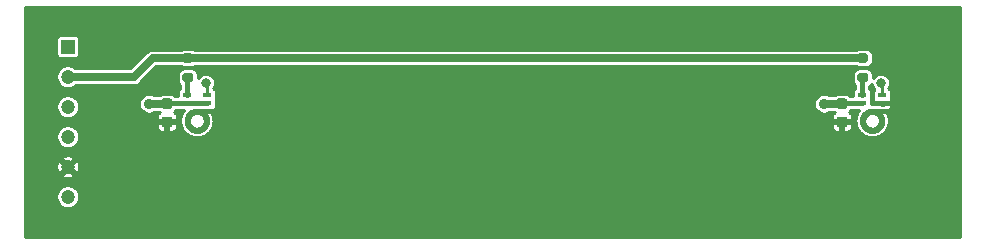
<source format=gbl>
G04 #@! TF.GenerationSoftware,KiCad,Pcbnew,5.1.10-88a1d61d58~88~ubuntu18.04.1*
G04 #@! TF.CreationDate,2021-09-30T10:17:39+02:00*
G04 #@! TF.ProjectId,pmod_microphone_array_2x1,706d6f64-5f6d-4696-9372-6f70686f6e65,1.0.0*
G04 #@! TF.SameCoordinates,Original*
G04 #@! TF.FileFunction,Copper,L2,Bot*
G04 #@! TF.FilePolarity,Positive*
%FSLAX46Y46*%
G04 Gerber Fmt 4.6, Leading zero omitted, Abs format (unit mm)*
G04 Created by KiCad (PCBNEW 5.1.10-88a1d61d58~88~ubuntu18.04.1) date 2021-09-30 10:17:39*
%MOMM*%
%LPD*%
G01*
G04 APERTURE LIST*
G04 #@! TA.AperFunction,EtchedComponent*
%ADD10C,0.000100*%
G04 #@! TD*
G04 #@! TA.AperFunction,SMDPad,CuDef*
%ADD11R,0.750000X0.450000*%
G04 #@! TD*
G04 #@! TA.AperFunction,SMDPad,CuDef*
%ADD12R,0.100000X0.100000*%
G04 #@! TD*
G04 #@! TA.AperFunction,ComponentPad*
%ADD13R,1.200000X1.200000*%
G04 #@! TD*
G04 #@! TA.AperFunction,ComponentPad*
%ADD14C,1.200000*%
G04 #@! TD*
G04 #@! TA.AperFunction,ViaPad*
%ADD15C,5.000000*%
G04 #@! TD*
G04 #@! TA.AperFunction,ViaPad*
%ADD16C,0.900000*%
G04 #@! TD*
G04 #@! TA.AperFunction,ViaPad*
%ADD17C,0.800000*%
G04 #@! TD*
G04 #@! TA.AperFunction,Conductor*
%ADD18C,0.750000*%
G04 #@! TD*
G04 #@! TA.AperFunction,Conductor*
%ADD19C,0.400000*%
G04 #@! TD*
G04 #@! TA.AperFunction,Conductor*
%ADD20C,0.650000*%
G04 #@! TD*
G04 #@! TA.AperFunction,Conductor*
%ADD21C,0.250000*%
G04 #@! TD*
G04 #@! TA.AperFunction,Conductor*
%ADD22C,0.254000*%
G04 #@! TD*
G04 #@! TA.AperFunction,Conductor*
%ADD23C,0.100000*%
G04 #@! TD*
G04 APERTURE END LIST*
D10*
G36*
X98317000Y-62076000D02*
G01*
X98317000Y-61626000D01*
X98271918Y-61626577D01*
X98218641Y-61629835D01*
X98165607Y-61635878D01*
X98112962Y-61644688D01*
X98060850Y-61656241D01*
X98009414Y-61670505D01*
X97958795Y-61687442D01*
X97909132Y-61707005D01*
X97860561Y-61729140D01*
X97813215Y-61753786D01*
X97767224Y-61780877D01*
X97722713Y-61810338D01*
X97679806Y-61842088D01*
X97638619Y-61876040D01*
X97599265Y-61912101D01*
X97561853Y-61950172D01*
X97526484Y-61990150D01*
X97493256Y-62031923D01*
X97462260Y-62075378D01*
X97433580Y-62120396D01*
X97407296Y-62166853D01*
X97383479Y-62214622D01*
X97362195Y-62263572D01*
X97343502Y-62313569D01*
X97327451Y-62364476D01*
X97314087Y-62416152D01*
X97303445Y-62468458D01*
X97295555Y-62521249D01*
X97290439Y-62574380D01*
X97288000Y-62636000D01*
X97288000Y-62656000D01*
X97289412Y-62709906D01*
X97293642Y-62763664D01*
X97300681Y-62817127D01*
X97310508Y-62870149D01*
X97323096Y-62922584D01*
X97338412Y-62974288D01*
X97356412Y-63025119D01*
X97377048Y-63074939D01*
X97400263Y-63123610D01*
X97425994Y-63171000D01*
X97454169Y-63216978D01*
X97484712Y-63261419D01*
X97517540Y-63304200D01*
X97552561Y-63345205D01*
X97589680Y-63384320D01*
X97628795Y-63421439D01*
X97669800Y-63456460D01*
X97712581Y-63489288D01*
X97757022Y-63519831D01*
X97803000Y-63548006D01*
X97850390Y-63573737D01*
X97899061Y-63596952D01*
X97948881Y-63617588D01*
X97999712Y-63635588D01*
X98051416Y-63650904D01*
X98103851Y-63663492D01*
X98156873Y-63673319D01*
X98210336Y-63680358D01*
X98264094Y-63684588D01*
X98318000Y-63686000D01*
X98371906Y-63684588D01*
X98425664Y-63680358D01*
X98479127Y-63673319D01*
X98532149Y-63663492D01*
X98584584Y-63650904D01*
X98636288Y-63635588D01*
X98687119Y-63617588D01*
X98736939Y-63596952D01*
X98785610Y-63573737D01*
X98833000Y-63548006D01*
X98878978Y-63519831D01*
X98923419Y-63489288D01*
X98966200Y-63456460D01*
X99007205Y-63421439D01*
X99046320Y-63384320D01*
X99083439Y-63345205D01*
X99118460Y-63304200D01*
X99151288Y-63261419D01*
X99181831Y-63216978D01*
X99210006Y-63171000D01*
X99235737Y-63123610D01*
X99258952Y-63074939D01*
X99279588Y-63025119D01*
X99297588Y-62974288D01*
X99312904Y-62922584D01*
X99325492Y-62870149D01*
X99335319Y-62817127D01*
X99342358Y-62763664D01*
X99346588Y-62709906D01*
X99348000Y-62656000D01*
X99348000Y-62636000D01*
X99346616Y-62583141D01*
X99342467Y-62530426D01*
X99335565Y-62478001D01*
X99325929Y-62426009D01*
X99313585Y-62374593D01*
X99298567Y-62323893D01*
X99280916Y-62274048D01*
X99260681Y-62225196D01*
X99237917Y-62177470D01*
X99212686Y-62131000D01*
X99185057Y-62085915D01*
X99155107Y-62042337D01*
X99122917Y-62000386D01*
X99088576Y-61960178D01*
X99052178Y-61921822D01*
X99013822Y-61885424D01*
X98973614Y-61851083D01*
X98931663Y-61818893D01*
X98888085Y-61788943D01*
X98843000Y-61761314D01*
X98796530Y-61736083D01*
X98748804Y-61713319D01*
X98699952Y-61693084D01*
X98650107Y-61675433D01*
X98599407Y-61660415D01*
X98547991Y-61648071D01*
X98495999Y-61638435D01*
X98443574Y-61631533D01*
X98390859Y-61627384D01*
X98338000Y-61626000D01*
X98319000Y-61626000D01*
X98319000Y-62076000D01*
X98348271Y-62075746D01*
X98377552Y-62077024D01*
X98406727Y-62079833D01*
X98435715Y-62084166D01*
X98464437Y-62090009D01*
X98492813Y-62097348D01*
X98520766Y-62106161D01*
X98548220Y-62116426D01*
X98575098Y-62128113D01*
X98601329Y-62141191D01*
X98626839Y-62155624D01*
X98651558Y-62171372D01*
X98675420Y-62188392D01*
X98698358Y-62206638D01*
X98720310Y-62226059D01*
X98741215Y-62246603D01*
X98761016Y-62268212D01*
X98779660Y-62290828D01*
X98797094Y-62314389D01*
X98813271Y-62338830D01*
X98828147Y-62364084D01*
X98841681Y-62390082D01*
X98853835Y-62416753D01*
X98864577Y-62444024D01*
X98873877Y-62471819D01*
X98881710Y-62500063D01*
X98888054Y-62528678D01*
X98892891Y-62557585D01*
X98896209Y-62586707D01*
X98898000Y-62616000D01*
X98898000Y-62656000D01*
X98897205Y-62686355D01*
X98894823Y-62716627D01*
X98890859Y-62746732D01*
X98885326Y-62776589D01*
X98878237Y-62806115D01*
X98869613Y-62835230D01*
X98859477Y-62863853D01*
X98847856Y-62891907D01*
X98834784Y-62919314D01*
X98820295Y-62946000D01*
X98804429Y-62971891D01*
X98787230Y-62996915D01*
X98768745Y-63021006D01*
X98749024Y-63044096D01*
X98728122Y-63066122D01*
X98706096Y-63087024D01*
X98683006Y-63106745D01*
X98658915Y-63125230D01*
X98633891Y-63142429D01*
X98608000Y-63158295D01*
X98581314Y-63172784D01*
X98553907Y-63185856D01*
X98525853Y-63197477D01*
X98497230Y-63207613D01*
X98468115Y-63216237D01*
X98438589Y-63223326D01*
X98408732Y-63228859D01*
X98378627Y-63232823D01*
X98348355Y-63235205D01*
X98318000Y-63236000D01*
X98287645Y-63235205D01*
X98257373Y-63232823D01*
X98227268Y-63228859D01*
X98197411Y-63223326D01*
X98167885Y-63216237D01*
X98138770Y-63207613D01*
X98110147Y-63197477D01*
X98082093Y-63185856D01*
X98054686Y-63172784D01*
X98028000Y-63158295D01*
X98002109Y-63142429D01*
X97977085Y-63125230D01*
X97952994Y-63106745D01*
X97929904Y-63087024D01*
X97907878Y-63066122D01*
X97886976Y-63044096D01*
X97867255Y-63021006D01*
X97848770Y-62996915D01*
X97831571Y-62971891D01*
X97815705Y-62946000D01*
X97801216Y-62919314D01*
X97788144Y-62891907D01*
X97776523Y-62863853D01*
X97766387Y-62835230D01*
X97757763Y-62806115D01*
X97750674Y-62776589D01*
X97745141Y-62746732D01*
X97741177Y-62716627D01*
X97738795Y-62686355D01*
X97738000Y-62656000D01*
X97738000Y-62636000D01*
X97739308Y-62605768D01*
X97742166Y-62576086D01*
X97746574Y-62546594D01*
X97752519Y-62517373D01*
X97759985Y-62488503D01*
X97768952Y-62460063D01*
X97779395Y-62432132D01*
X97791286Y-62404785D01*
X97804591Y-62378099D01*
X97819275Y-62352145D01*
X97835297Y-62326995D01*
X97852614Y-62302719D01*
X97871177Y-62279382D01*
X97890936Y-62257048D01*
X97911837Y-62235779D01*
X97933822Y-62215633D01*
X97956832Y-62196665D01*
X97980803Y-62178928D01*
X98005669Y-62162469D01*
X98031363Y-62147335D01*
X98057813Y-62133566D01*
X98084948Y-62121200D01*
X98112692Y-62110271D01*
X98140971Y-62100809D01*
X98169706Y-62092840D01*
X98198819Y-62086386D01*
X98228230Y-62081464D01*
X98257858Y-62078088D01*
X98287622Y-62076268D01*
X98317000Y-62076000D01*
G37*
X98317000Y-62076000D02*
X98317000Y-61626000D01*
X98271918Y-61626577D01*
X98218641Y-61629835D01*
X98165607Y-61635878D01*
X98112962Y-61644688D01*
X98060850Y-61656241D01*
X98009414Y-61670505D01*
X97958795Y-61687442D01*
X97909132Y-61707005D01*
X97860561Y-61729140D01*
X97813215Y-61753786D01*
X97767224Y-61780877D01*
X97722713Y-61810338D01*
X97679806Y-61842088D01*
X97638619Y-61876040D01*
X97599265Y-61912101D01*
X97561853Y-61950172D01*
X97526484Y-61990150D01*
X97493256Y-62031923D01*
X97462260Y-62075378D01*
X97433580Y-62120396D01*
X97407296Y-62166853D01*
X97383479Y-62214622D01*
X97362195Y-62263572D01*
X97343502Y-62313569D01*
X97327451Y-62364476D01*
X97314087Y-62416152D01*
X97303445Y-62468458D01*
X97295555Y-62521249D01*
X97290439Y-62574380D01*
X97288000Y-62636000D01*
X97288000Y-62656000D01*
X97289412Y-62709906D01*
X97293642Y-62763664D01*
X97300681Y-62817127D01*
X97310508Y-62870149D01*
X97323096Y-62922584D01*
X97338412Y-62974288D01*
X97356412Y-63025119D01*
X97377048Y-63074939D01*
X97400263Y-63123610D01*
X97425994Y-63171000D01*
X97454169Y-63216978D01*
X97484712Y-63261419D01*
X97517540Y-63304200D01*
X97552561Y-63345205D01*
X97589680Y-63384320D01*
X97628795Y-63421439D01*
X97669800Y-63456460D01*
X97712581Y-63489288D01*
X97757022Y-63519831D01*
X97803000Y-63548006D01*
X97850390Y-63573737D01*
X97899061Y-63596952D01*
X97948881Y-63617588D01*
X97999712Y-63635588D01*
X98051416Y-63650904D01*
X98103851Y-63663492D01*
X98156873Y-63673319D01*
X98210336Y-63680358D01*
X98264094Y-63684588D01*
X98318000Y-63686000D01*
X98371906Y-63684588D01*
X98425664Y-63680358D01*
X98479127Y-63673319D01*
X98532149Y-63663492D01*
X98584584Y-63650904D01*
X98636288Y-63635588D01*
X98687119Y-63617588D01*
X98736939Y-63596952D01*
X98785610Y-63573737D01*
X98833000Y-63548006D01*
X98878978Y-63519831D01*
X98923419Y-63489288D01*
X98966200Y-63456460D01*
X99007205Y-63421439D01*
X99046320Y-63384320D01*
X99083439Y-63345205D01*
X99118460Y-63304200D01*
X99151288Y-63261419D01*
X99181831Y-63216978D01*
X99210006Y-63171000D01*
X99235737Y-63123610D01*
X99258952Y-63074939D01*
X99279588Y-63025119D01*
X99297588Y-62974288D01*
X99312904Y-62922584D01*
X99325492Y-62870149D01*
X99335319Y-62817127D01*
X99342358Y-62763664D01*
X99346588Y-62709906D01*
X99348000Y-62656000D01*
X99348000Y-62636000D01*
X99346616Y-62583141D01*
X99342467Y-62530426D01*
X99335565Y-62478001D01*
X99325929Y-62426009D01*
X99313585Y-62374593D01*
X99298567Y-62323893D01*
X99280916Y-62274048D01*
X99260681Y-62225196D01*
X99237917Y-62177470D01*
X99212686Y-62131000D01*
X99185057Y-62085915D01*
X99155107Y-62042337D01*
X99122917Y-62000386D01*
X99088576Y-61960178D01*
X99052178Y-61921822D01*
X99013822Y-61885424D01*
X98973614Y-61851083D01*
X98931663Y-61818893D01*
X98888085Y-61788943D01*
X98843000Y-61761314D01*
X98796530Y-61736083D01*
X98748804Y-61713319D01*
X98699952Y-61693084D01*
X98650107Y-61675433D01*
X98599407Y-61660415D01*
X98547991Y-61648071D01*
X98495999Y-61638435D01*
X98443574Y-61631533D01*
X98390859Y-61627384D01*
X98338000Y-61626000D01*
X98319000Y-61626000D01*
X98319000Y-62076000D01*
X98348271Y-62075746D01*
X98377552Y-62077024D01*
X98406727Y-62079833D01*
X98435715Y-62084166D01*
X98464437Y-62090009D01*
X98492813Y-62097348D01*
X98520766Y-62106161D01*
X98548220Y-62116426D01*
X98575098Y-62128113D01*
X98601329Y-62141191D01*
X98626839Y-62155624D01*
X98651558Y-62171372D01*
X98675420Y-62188392D01*
X98698358Y-62206638D01*
X98720310Y-62226059D01*
X98741215Y-62246603D01*
X98761016Y-62268212D01*
X98779660Y-62290828D01*
X98797094Y-62314389D01*
X98813271Y-62338830D01*
X98828147Y-62364084D01*
X98841681Y-62390082D01*
X98853835Y-62416753D01*
X98864577Y-62444024D01*
X98873877Y-62471819D01*
X98881710Y-62500063D01*
X98888054Y-62528678D01*
X98892891Y-62557585D01*
X98896209Y-62586707D01*
X98898000Y-62616000D01*
X98898000Y-62656000D01*
X98897205Y-62686355D01*
X98894823Y-62716627D01*
X98890859Y-62746732D01*
X98885326Y-62776589D01*
X98878237Y-62806115D01*
X98869613Y-62835230D01*
X98859477Y-62863853D01*
X98847856Y-62891907D01*
X98834784Y-62919314D01*
X98820295Y-62946000D01*
X98804429Y-62971891D01*
X98787230Y-62996915D01*
X98768745Y-63021006D01*
X98749024Y-63044096D01*
X98728122Y-63066122D01*
X98706096Y-63087024D01*
X98683006Y-63106745D01*
X98658915Y-63125230D01*
X98633891Y-63142429D01*
X98608000Y-63158295D01*
X98581314Y-63172784D01*
X98553907Y-63185856D01*
X98525853Y-63197477D01*
X98497230Y-63207613D01*
X98468115Y-63216237D01*
X98438589Y-63223326D01*
X98408732Y-63228859D01*
X98378627Y-63232823D01*
X98348355Y-63235205D01*
X98318000Y-63236000D01*
X98287645Y-63235205D01*
X98257373Y-63232823D01*
X98227268Y-63228859D01*
X98197411Y-63223326D01*
X98167885Y-63216237D01*
X98138770Y-63207613D01*
X98110147Y-63197477D01*
X98082093Y-63185856D01*
X98054686Y-63172784D01*
X98028000Y-63158295D01*
X98002109Y-63142429D01*
X97977085Y-63125230D01*
X97952994Y-63106745D01*
X97929904Y-63087024D01*
X97907878Y-63066122D01*
X97886976Y-63044096D01*
X97867255Y-63021006D01*
X97848770Y-62996915D01*
X97831571Y-62971891D01*
X97815705Y-62946000D01*
X97801216Y-62919314D01*
X97788144Y-62891907D01*
X97776523Y-62863853D01*
X97766387Y-62835230D01*
X97757763Y-62806115D01*
X97750674Y-62776589D01*
X97745141Y-62746732D01*
X97741177Y-62716627D01*
X97738795Y-62686355D01*
X97738000Y-62656000D01*
X97738000Y-62636000D01*
X97739308Y-62605768D01*
X97742166Y-62576086D01*
X97746574Y-62546594D01*
X97752519Y-62517373D01*
X97759985Y-62488503D01*
X97768952Y-62460063D01*
X97779395Y-62432132D01*
X97791286Y-62404785D01*
X97804591Y-62378099D01*
X97819275Y-62352145D01*
X97835297Y-62326995D01*
X97852614Y-62302719D01*
X97871177Y-62279382D01*
X97890936Y-62257048D01*
X97911837Y-62235779D01*
X97933822Y-62215633D01*
X97956832Y-62196665D01*
X97980803Y-62178928D01*
X98005669Y-62162469D01*
X98031363Y-62147335D01*
X98057813Y-62133566D01*
X98084948Y-62121200D01*
X98112692Y-62110271D01*
X98140971Y-62100809D01*
X98169706Y-62092840D01*
X98198819Y-62086386D01*
X98228230Y-62081464D01*
X98257858Y-62078088D01*
X98287622Y-62076268D01*
X98317000Y-62076000D01*
G36*
X41147000Y-62076000D02*
G01*
X41147000Y-61626000D01*
X41101918Y-61626577D01*
X41048641Y-61629835D01*
X40995607Y-61635878D01*
X40942962Y-61644688D01*
X40890850Y-61656241D01*
X40839414Y-61670505D01*
X40788795Y-61687442D01*
X40739132Y-61707005D01*
X40690561Y-61729140D01*
X40643215Y-61753786D01*
X40597224Y-61780877D01*
X40552713Y-61810338D01*
X40509806Y-61842088D01*
X40468619Y-61876040D01*
X40429265Y-61912101D01*
X40391853Y-61950172D01*
X40356484Y-61990150D01*
X40323256Y-62031923D01*
X40292260Y-62075378D01*
X40263580Y-62120396D01*
X40237296Y-62166853D01*
X40213479Y-62214622D01*
X40192195Y-62263572D01*
X40173502Y-62313569D01*
X40157451Y-62364476D01*
X40144087Y-62416152D01*
X40133445Y-62468458D01*
X40125555Y-62521249D01*
X40120439Y-62574380D01*
X40118000Y-62636000D01*
X40118000Y-62656000D01*
X40119412Y-62709906D01*
X40123642Y-62763664D01*
X40130681Y-62817127D01*
X40140508Y-62870149D01*
X40153096Y-62922584D01*
X40168412Y-62974288D01*
X40186412Y-63025119D01*
X40207048Y-63074939D01*
X40230263Y-63123610D01*
X40255994Y-63171000D01*
X40284169Y-63216978D01*
X40314712Y-63261419D01*
X40347540Y-63304200D01*
X40382561Y-63345205D01*
X40419680Y-63384320D01*
X40458795Y-63421439D01*
X40499800Y-63456460D01*
X40542581Y-63489288D01*
X40587022Y-63519831D01*
X40633000Y-63548006D01*
X40680390Y-63573737D01*
X40729061Y-63596952D01*
X40778881Y-63617588D01*
X40829712Y-63635588D01*
X40881416Y-63650904D01*
X40933851Y-63663492D01*
X40986873Y-63673319D01*
X41040336Y-63680358D01*
X41094094Y-63684588D01*
X41148000Y-63686000D01*
X41201906Y-63684588D01*
X41255664Y-63680358D01*
X41309127Y-63673319D01*
X41362149Y-63663492D01*
X41414584Y-63650904D01*
X41466288Y-63635588D01*
X41517119Y-63617588D01*
X41566939Y-63596952D01*
X41615610Y-63573737D01*
X41663000Y-63548006D01*
X41708978Y-63519831D01*
X41753419Y-63489288D01*
X41796200Y-63456460D01*
X41837205Y-63421439D01*
X41876320Y-63384320D01*
X41913439Y-63345205D01*
X41948460Y-63304200D01*
X41981288Y-63261419D01*
X42011831Y-63216978D01*
X42040006Y-63171000D01*
X42065737Y-63123610D01*
X42088952Y-63074939D01*
X42109588Y-63025119D01*
X42127588Y-62974288D01*
X42142904Y-62922584D01*
X42155492Y-62870149D01*
X42165319Y-62817127D01*
X42172358Y-62763664D01*
X42176588Y-62709906D01*
X42178000Y-62656000D01*
X42178000Y-62636000D01*
X42176616Y-62583141D01*
X42172467Y-62530426D01*
X42165565Y-62478001D01*
X42155929Y-62426009D01*
X42143585Y-62374593D01*
X42128567Y-62323893D01*
X42110916Y-62274048D01*
X42090681Y-62225196D01*
X42067917Y-62177470D01*
X42042686Y-62131000D01*
X42015057Y-62085915D01*
X41985107Y-62042337D01*
X41952917Y-62000386D01*
X41918576Y-61960178D01*
X41882178Y-61921822D01*
X41843822Y-61885424D01*
X41803614Y-61851083D01*
X41761663Y-61818893D01*
X41718085Y-61788943D01*
X41673000Y-61761314D01*
X41626530Y-61736083D01*
X41578804Y-61713319D01*
X41529952Y-61693084D01*
X41480107Y-61675433D01*
X41429407Y-61660415D01*
X41377991Y-61648071D01*
X41325999Y-61638435D01*
X41273574Y-61631533D01*
X41220859Y-61627384D01*
X41168000Y-61626000D01*
X41149000Y-61626000D01*
X41149000Y-62076000D01*
X41178271Y-62075746D01*
X41207552Y-62077024D01*
X41236727Y-62079833D01*
X41265715Y-62084166D01*
X41294437Y-62090009D01*
X41322813Y-62097348D01*
X41350766Y-62106161D01*
X41378220Y-62116426D01*
X41405098Y-62128113D01*
X41431329Y-62141191D01*
X41456839Y-62155624D01*
X41481558Y-62171372D01*
X41505420Y-62188392D01*
X41528358Y-62206638D01*
X41550310Y-62226059D01*
X41571215Y-62246603D01*
X41591016Y-62268212D01*
X41609660Y-62290828D01*
X41627094Y-62314389D01*
X41643271Y-62338830D01*
X41658147Y-62364084D01*
X41671681Y-62390082D01*
X41683835Y-62416753D01*
X41694577Y-62444024D01*
X41703877Y-62471819D01*
X41711710Y-62500063D01*
X41718054Y-62528678D01*
X41722891Y-62557585D01*
X41726209Y-62586707D01*
X41728000Y-62616000D01*
X41728000Y-62656000D01*
X41727205Y-62686355D01*
X41724823Y-62716627D01*
X41720859Y-62746732D01*
X41715326Y-62776589D01*
X41708237Y-62806115D01*
X41699613Y-62835230D01*
X41689477Y-62863853D01*
X41677856Y-62891907D01*
X41664784Y-62919314D01*
X41650295Y-62946000D01*
X41634429Y-62971891D01*
X41617230Y-62996915D01*
X41598745Y-63021006D01*
X41579024Y-63044096D01*
X41558122Y-63066122D01*
X41536096Y-63087024D01*
X41513006Y-63106745D01*
X41488915Y-63125230D01*
X41463891Y-63142429D01*
X41438000Y-63158295D01*
X41411314Y-63172784D01*
X41383907Y-63185856D01*
X41355853Y-63197477D01*
X41327230Y-63207613D01*
X41298115Y-63216237D01*
X41268589Y-63223326D01*
X41238732Y-63228859D01*
X41208627Y-63232823D01*
X41178355Y-63235205D01*
X41148000Y-63236000D01*
X41117645Y-63235205D01*
X41087373Y-63232823D01*
X41057268Y-63228859D01*
X41027411Y-63223326D01*
X40997885Y-63216237D01*
X40968770Y-63207613D01*
X40940147Y-63197477D01*
X40912093Y-63185856D01*
X40884686Y-63172784D01*
X40858000Y-63158295D01*
X40832109Y-63142429D01*
X40807085Y-63125230D01*
X40782994Y-63106745D01*
X40759904Y-63087024D01*
X40737878Y-63066122D01*
X40716976Y-63044096D01*
X40697255Y-63021006D01*
X40678770Y-62996915D01*
X40661571Y-62971891D01*
X40645705Y-62946000D01*
X40631216Y-62919314D01*
X40618144Y-62891907D01*
X40606523Y-62863853D01*
X40596387Y-62835230D01*
X40587763Y-62806115D01*
X40580674Y-62776589D01*
X40575141Y-62746732D01*
X40571177Y-62716627D01*
X40568795Y-62686355D01*
X40568000Y-62656000D01*
X40568000Y-62636000D01*
X40569308Y-62605768D01*
X40572166Y-62576086D01*
X40576574Y-62546594D01*
X40582519Y-62517373D01*
X40589985Y-62488503D01*
X40598952Y-62460063D01*
X40609395Y-62432132D01*
X40621286Y-62404785D01*
X40634591Y-62378099D01*
X40649275Y-62352145D01*
X40665297Y-62326995D01*
X40682614Y-62302719D01*
X40701177Y-62279382D01*
X40720936Y-62257048D01*
X40741837Y-62235779D01*
X40763822Y-62215633D01*
X40786832Y-62196665D01*
X40810803Y-62178928D01*
X40835669Y-62162469D01*
X40861363Y-62147335D01*
X40887813Y-62133566D01*
X40914948Y-62121200D01*
X40942692Y-62110271D01*
X40970971Y-62100809D01*
X40999706Y-62092840D01*
X41028819Y-62086386D01*
X41058230Y-62081464D01*
X41087858Y-62078088D01*
X41117622Y-62076268D01*
X41147000Y-62076000D01*
G37*
X41147000Y-62076000D02*
X41147000Y-61626000D01*
X41101918Y-61626577D01*
X41048641Y-61629835D01*
X40995607Y-61635878D01*
X40942962Y-61644688D01*
X40890850Y-61656241D01*
X40839414Y-61670505D01*
X40788795Y-61687442D01*
X40739132Y-61707005D01*
X40690561Y-61729140D01*
X40643215Y-61753786D01*
X40597224Y-61780877D01*
X40552713Y-61810338D01*
X40509806Y-61842088D01*
X40468619Y-61876040D01*
X40429265Y-61912101D01*
X40391853Y-61950172D01*
X40356484Y-61990150D01*
X40323256Y-62031923D01*
X40292260Y-62075378D01*
X40263580Y-62120396D01*
X40237296Y-62166853D01*
X40213479Y-62214622D01*
X40192195Y-62263572D01*
X40173502Y-62313569D01*
X40157451Y-62364476D01*
X40144087Y-62416152D01*
X40133445Y-62468458D01*
X40125555Y-62521249D01*
X40120439Y-62574380D01*
X40118000Y-62636000D01*
X40118000Y-62656000D01*
X40119412Y-62709906D01*
X40123642Y-62763664D01*
X40130681Y-62817127D01*
X40140508Y-62870149D01*
X40153096Y-62922584D01*
X40168412Y-62974288D01*
X40186412Y-63025119D01*
X40207048Y-63074939D01*
X40230263Y-63123610D01*
X40255994Y-63171000D01*
X40284169Y-63216978D01*
X40314712Y-63261419D01*
X40347540Y-63304200D01*
X40382561Y-63345205D01*
X40419680Y-63384320D01*
X40458795Y-63421439D01*
X40499800Y-63456460D01*
X40542581Y-63489288D01*
X40587022Y-63519831D01*
X40633000Y-63548006D01*
X40680390Y-63573737D01*
X40729061Y-63596952D01*
X40778881Y-63617588D01*
X40829712Y-63635588D01*
X40881416Y-63650904D01*
X40933851Y-63663492D01*
X40986873Y-63673319D01*
X41040336Y-63680358D01*
X41094094Y-63684588D01*
X41148000Y-63686000D01*
X41201906Y-63684588D01*
X41255664Y-63680358D01*
X41309127Y-63673319D01*
X41362149Y-63663492D01*
X41414584Y-63650904D01*
X41466288Y-63635588D01*
X41517119Y-63617588D01*
X41566939Y-63596952D01*
X41615610Y-63573737D01*
X41663000Y-63548006D01*
X41708978Y-63519831D01*
X41753419Y-63489288D01*
X41796200Y-63456460D01*
X41837205Y-63421439D01*
X41876320Y-63384320D01*
X41913439Y-63345205D01*
X41948460Y-63304200D01*
X41981288Y-63261419D01*
X42011831Y-63216978D01*
X42040006Y-63171000D01*
X42065737Y-63123610D01*
X42088952Y-63074939D01*
X42109588Y-63025119D01*
X42127588Y-62974288D01*
X42142904Y-62922584D01*
X42155492Y-62870149D01*
X42165319Y-62817127D01*
X42172358Y-62763664D01*
X42176588Y-62709906D01*
X42178000Y-62656000D01*
X42178000Y-62636000D01*
X42176616Y-62583141D01*
X42172467Y-62530426D01*
X42165565Y-62478001D01*
X42155929Y-62426009D01*
X42143585Y-62374593D01*
X42128567Y-62323893D01*
X42110916Y-62274048D01*
X42090681Y-62225196D01*
X42067917Y-62177470D01*
X42042686Y-62131000D01*
X42015057Y-62085915D01*
X41985107Y-62042337D01*
X41952917Y-62000386D01*
X41918576Y-61960178D01*
X41882178Y-61921822D01*
X41843822Y-61885424D01*
X41803614Y-61851083D01*
X41761663Y-61818893D01*
X41718085Y-61788943D01*
X41673000Y-61761314D01*
X41626530Y-61736083D01*
X41578804Y-61713319D01*
X41529952Y-61693084D01*
X41480107Y-61675433D01*
X41429407Y-61660415D01*
X41377991Y-61648071D01*
X41325999Y-61638435D01*
X41273574Y-61631533D01*
X41220859Y-61627384D01*
X41168000Y-61626000D01*
X41149000Y-61626000D01*
X41149000Y-62076000D01*
X41178271Y-62075746D01*
X41207552Y-62077024D01*
X41236727Y-62079833D01*
X41265715Y-62084166D01*
X41294437Y-62090009D01*
X41322813Y-62097348D01*
X41350766Y-62106161D01*
X41378220Y-62116426D01*
X41405098Y-62128113D01*
X41431329Y-62141191D01*
X41456839Y-62155624D01*
X41481558Y-62171372D01*
X41505420Y-62188392D01*
X41528358Y-62206638D01*
X41550310Y-62226059D01*
X41571215Y-62246603D01*
X41591016Y-62268212D01*
X41609660Y-62290828D01*
X41627094Y-62314389D01*
X41643271Y-62338830D01*
X41658147Y-62364084D01*
X41671681Y-62390082D01*
X41683835Y-62416753D01*
X41694577Y-62444024D01*
X41703877Y-62471819D01*
X41711710Y-62500063D01*
X41718054Y-62528678D01*
X41722891Y-62557585D01*
X41726209Y-62586707D01*
X41728000Y-62616000D01*
X41728000Y-62656000D01*
X41727205Y-62686355D01*
X41724823Y-62716627D01*
X41720859Y-62746732D01*
X41715326Y-62776589D01*
X41708237Y-62806115D01*
X41699613Y-62835230D01*
X41689477Y-62863853D01*
X41677856Y-62891907D01*
X41664784Y-62919314D01*
X41650295Y-62946000D01*
X41634429Y-62971891D01*
X41617230Y-62996915D01*
X41598745Y-63021006D01*
X41579024Y-63044096D01*
X41558122Y-63066122D01*
X41536096Y-63087024D01*
X41513006Y-63106745D01*
X41488915Y-63125230D01*
X41463891Y-63142429D01*
X41438000Y-63158295D01*
X41411314Y-63172784D01*
X41383907Y-63185856D01*
X41355853Y-63197477D01*
X41327230Y-63207613D01*
X41298115Y-63216237D01*
X41268589Y-63223326D01*
X41238732Y-63228859D01*
X41208627Y-63232823D01*
X41178355Y-63235205D01*
X41148000Y-63236000D01*
X41117645Y-63235205D01*
X41087373Y-63232823D01*
X41057268Y-63228859D01*
X41027411Y-63223326D01*
X40997885Y-63216237D01*
X40968770Y-63207613D01*
X40940147Y-63197477D01*
X40912093Y-63185856D01*
X40884686Y-63172784D01*
X40858000Y-63158295D01*
X40832109Y-63142429D01*
X40807085Y-63125230D01*
X40782994Y-63106745D01*
X40759904Y-63087024D01*
X40737878Y-63066122D01*
X40716976Y-63044096D01*
X40697255Y-63021006D01*
X40678770Y-62996915D01*
X40661571Y-62971891D01*
X40645705Y-62946000D01*
X40631216Y-62919314D01*
X40618144Y-62891907D01*
X40606523Y-62863853D01*
X40596387Y-62835230D01*
X40587763Y-62806115D01*
X40580674Y-62776589D01*
X40575141Y-62746732D01*
X40571177Y-62716627D01*
X40568795Y-62686355D01*
X40568000Y-62656000D01*
X40568000Y-62636000D01*
X40569308Y-62605768D01*
X40572166Y-62576086D01*
X40576574Y-62546594D01*
X40582519Y-62517373D01*
X40589985Y-62488503D01*
X40598952Y-62460063D01*
X40609395Y-62432132D01*
X40621286Y-62404785D01*
X40634591Y-62378099D01*
X40649275Y-62352145D01*
X40665297Y-62326995D01*
X40682614Y-62302719D01*
X40701177Y-62279382D01*
X40720936Y-62257048D01*
X40741837Y-62235779D01*
X40763822Y-62215633D01*
X40786832Y-62196665D01*
X40810803Y-62178928D01*
X40835669Y-62162469D01*
X40861363Y-62147335D01*
X40887813Y-62133566D01*
X40914948Y-62121200D01*
X40942692Y-62110271D01*
X40970971Y-62100809D01*
X40999706Y-62092840D01*
X41028819Y-62086386D01*
X41058230Y-62081464D01*
X41087858Y-62078088D01*
X41117622Y-62076268D01*
X41147000Y-62076000D01*
D11*
X99168000Y-60476000D03*
X99168000Y-61176000D03*
X97468000Y-60476000D03*
X97468000Y-61176000D03*
D12*
X98318000Y-61856000D03*
D11*
X41998000Y-60476000D03*
X41998000Y-61176000D03*
X40298000Y-60476000D03*
X40298000Y-61176000D03*
D12*
X41148000Y-61856000D03*
D13*
X30226000Y-56388000D03*
D14*
X30226000Y-58928000D03*
X30226000Y-61468000D03*
X30226000Y-64008000D03*
X30226000Y-66548000D03*
X30226000Y-69088000D03*
G04 #@! TA.AperFunction,SMDPad,CuDef*
G36*
G01*
X97811000Y-57741000D02*
X97261000Y-57741000D01*
G75*
G02*
X97061000Y-57541000I0J200000D01*
G01*
X97061000Y-57141000D01*
G75*
G02*
X97261000Y-56941000I200000J0D01*
G01*
X97811000Y-56941000D01*
G75*
G02*
X98011000Y-57141000I0J-200000D01*
G01*
X98011000Y-57541000D01*
G75*
G02*
X97811000Y-57741000I-200000J0D01*
G01*
G37*
G04 #@! TD.AperFunction*
G04 #@! TA.AperFunction,SMDPad,CuDef*
G36*
G01*
X97811000Y-59391000D02*
X97261000Y-59391000D01*
G75*
G02*
X97061000Y-59191000I0J200000D01*
G01*
X97061000Y-58791000D01*
G75*
G02*
X97261000Y-58591000I200000J0D01*
G01*
X97811000Y-58591000D01*
G75*
G02*
X98011000Y-58791000I0J-200000D01*
G01*
X98011000Y-59191000D01*
G75*
G02*
X97811000Y-59391000I-200000J0D01*
G01*
G37*
G04 #@! TD.AperFunction*
G04 #@! TA.AperFunction,SMDPad,CuDef*
G36*
G01*
X40661000Y-57741000D02*
X40111000Y-57741000D01*
G75*
G02*
X39911000Y-57541000I0J200000D01*
G01*
X39911000Y-57141000D01*
G75*
G02*
X40111000Y-56941000I200000J0D01*
G01*
X40661000Y-56941000D01*
G75*
G02*
X40861000Y-57141000I0J-200000D01*
G01*
X40861000Y-57541000D01*
G75*
G02*
X40661000Y-57741000I-200000J0D01*
G01*
G37*
G04 #@! TD.AperFunction*
G04 #@! TA.AperFunction,SMDPad,CuDef*
G36*
G01*
X40661000Y-59391000D02*
X40111000Y-59391000D01*
G75*
G02*
X39911000Y-59191000I0J200000D01*
G01*
X39911000Y-58791000D01*
G75*
G02*
X40111000Y-58591000I200000J0D01*
G01*
X40661000Y-58591000D01*
G75*
G02*
X40861000Y-58791000I0J-200000D01*
G01*
X40861000Y-59191000D01*
G75*
G02*
X40661000Y-59391000I-200000J0D01*
G01*
G37*
G04 #@! TD.AperFunction*
G04 #@! TA.AperFunction,SMDPad,CuDef*
G36*
G01*
X95508000Y-62301000D02*
X96008000Y-62301000D01*
G75*
G02*
X96233000Y-62526000I0J-225000D01*
G01*
X96233000Y-62976000D01*
G75*
G02*
X96008000Y-63201000I-225000J0D01*
G01*
X95508000Y-63201000D01*
G75*
G02*
X95283000Y-62976000I0J225000D01*
G01*
X95283000Y-62526000D01*
G75*
G02*
X95508000Y-62301000I225000J0D01*
G01*
G37*
G04 #@! TD.AperFunction*
G04 #@! TA.AperFunction,SMDPad,CuDef*
G36*
G01*
X95508000Y-60751000D02*
X96008000Y-60751000D01*
G75*
G02*
X96233000Y-60976000I0J-225000D01*
G01*
X96233000Y-61426000D01*
G75*
G02*
X96008000Y-61651000I-225000J0D01*
G01*
X95508000Y-61651000D01*
G75*
G02*
X95283000Y-61426000I0J225000D01*
G01*
X95283000Y-60976000D01*
G75*
G02*
X95508000Y-60751000I225000J0D01*
G01*
G37*
G04 #@! TD.AperFunction*
G04 #@! TA.AperFunction,SMDPad,CuDef*
G36*
G01*
X38358000Y-62301000D02*
X38858000Y-62301000D01*
G75*
G02*
X39083000Y-62526000I0J-225000D01*
G01*
X39083000Y-62976000D01*
G75*
G02*
X38858000Y-63201000I-225000J0D01*
G01*
X38358000Y-63201000D01*
G75*
G02*
X38133000Y-62976000I0J225000D01*
G01*
X38133000Y-62526000D01*
G75*
G02*
X38358000Y-62301000I225000J0D01*
G01*
G37*
G04 #@! TD.AperFunction*
G04 #@! TA.AperFunction,SMDPad,CuDef*
G36*
G01*
X38358000Y-60751000D02*
X38858000Y-60751000D01*
G75*
G02*
X39083000Y-60976000I0J-225000D01*
G01*
X39083000Y-61426000D01*
G75*
G02*
X38858000Y-61651000I-225000J0D01*
G01*
X38358000Y-61651000D01*
G75*
G02*
X38133000Y-61426000I0J225000D01*
G01*
X38133000Y-60976000D01*
G75*
G02*
X38358000Y-60751000I225000J0D01*
G01*
G37*
G04 #@! TD.AperFunction*
D15*
X69733000Y-62738000D03*
D16*
X94234000Y-61214000D03*
X37084000Y-61214000D03*
D17*
X99060000Y-59436000D03*
X41910000Y-59436000D03*
D18*
X30290000Y-66484000D02*
X30226000Y-66548000D01*
D19*
X41148000Y-61856000D02*
X43060000Y-61856000D01*
X98318000Y-61856000D02*
X100464000Y-61856000D01*
X95783000Y-61176000D02*
X95758000Y-61201000D01*
X97468000Y-61176000D02*
X95783000Y-61176000D01*
X38633000Y-61176000D02*
X38608000Y-61201000D01*
X40298000Y-61176000D02*
X38633000Y-61176000D01*
D20*
X94247000Y-61201000D02*
X94234000Y-61214000D01*
X95758000Y-61201000D02*
X94247000Y-61201000D01*
X37097000Y-61201000D02*
X37084000Y-61214000D01*
X38608000Y-61201000D02*
X37097000Y-61201000D01*
D19*
X40298000Y-61176000D02*
X41998000Y-61176000D01*
D21*
X99168000Y-59544000D02*
X99060000Y-59436000D01*
X99168000Y-60476000D02*
X99168000Y-59544000D01*
X41998000Y-59524000D02*
X41910000Y-59436000D01*
X41998000Y-60476000D02*
X41998000Y-59524000D01*
D20*
X30226000Y-58928000D02*
X35814000Y-58928000D01*
X35814000Y-58928000D02*
X37401000Y-57341000D01*
X37401000Y-57341000D02*
X97536000Y-57341000D01*
D19*
X40298000Y-59079000D02*
X40386000Y-58991000D01*
X40298000Y-60476000D02*
X40298000Y-59079000D01*
X97468000Y-59059000D02*
X97536000Y-58991000D01*
X97468000Y-60476000D02*
X97468000Y-59059000D01*
D22*
X105731001Y-72467000D02*
X26593000Y-72467000D01*
X26593000Y-68991380D01*
X29245000Y-68991380D01*
X29245000Y-69184620D01*
X29282699Y-69374147D01*
X29356649Y-69552678D01*
X29464007Y-69713351D01*
X29600649Y-69849993D01*
X29761322Y-69957351D01*
X29939853Y-70031301D01*
X30129380Y-70069000D01*
X30322620Y-70069000D01*
X30512147Y-70031301D01*
X30690678Y-69957351D01*
X30851351Y-69849993D01*
X30987993Y-69713351D01*
X31095351Y-69552678D01*
X31169301Y-69374147D01*
X31207000Y-69184620D01*
X31207000Y-68991380D01*
X31169301Y-68801853D01*
X31095351Y-68623322D01*
X30987993Y-68462649D01*
X30851351Y-68326007D01*
X30690678Y-68218649D01*
X30512147Y-68144699D01*
X30322620Y-68107000D01*
X30129380Y-68107000D01*
X29939853Y-68144699D01*
X29761322Y-68218649D01*
X29600649Y-68326007D01*
X29464007Y-68462649D01*
X29356649Y-68623322D01*
X29282699Y-68801853D01*
X29245000Y-68991380D01*
X26593000Y-68991380D01*
X26593000Y-67261042D01*
X29692563Y-67261042D01*
X29754166Y-67413489D01*
X29932081Y-67488909D01*
X30121291Y-67528171D01*
X30314525Y-67529765D01*
X30504356Y-67493630D01*
X30683491Y-67421155D01*
X30697834Y-67413489D01*
X30759437Y-67261042D01*
X30226000Y-66727605D01*
X29692563Y-67261042D01*
X26593000Y-67261042D01*
X26593000Y-66636525D01*
X29244235Y-66636525D01*
X29280370Y-66826356D01*
X29352845Y-67005491D01*
X29360511Y-67019834D01*
X29512958Y-67081437D01*
X30046395Y-66548000D01*
X30405605Y-66548000D01*
X30939042Y-67081437D01*
X31091489Y-67019834D01*
X31166909Y-66841919D01*
X31206171Y-66652709D01*
X31207765Y-66459475D01*
X31171630Y-66269644D01*
X31099155Y-66090509D01*
X31091489Y-66076166D01*
X30939042Y-66014563D01*
X30405605Y-66548000D01*
X30046395Y-66548000D01*
X29512958Y-66014563D01*
X29360511Y-66076166D01*
X29285091Y-66254081D01*
X29245829Y-66443291D01*
X29244235Y-66636525D01*
X26593000Y-66636525D01*
X26593000Y-65834958D01*
X29692563Y-65834958D01*
X30226000Y-66368395D01*
X30759437Y-65834958D01*
X30697834Y-65682511D01*
X30519919Y-65607091D01*
X30330709Y-65567829D01*
X30137475Y-65566235D01*
X29947644Y-65602370D01*
X29768509Y-65674845D01*
X29754166Y-65682511D01*
X29692563Y-65834958D01*
X26593000Y-65834958D01*
X26593000Y-63911380D01*
X29245000Y-63911380D01*
X29245000Y-64104620D01*
X29282699Y-64294147D01*
X29356649Y-64472678D01*
X29464007Y-64633351D01*
X29600649Y-64769993D01*
X29761322Y-64877351D01*
X29939853Y-64951301D01*
X30129380Y-64989000D01*
X30322620Y-64989000D01*
X30512147Y-64951301D01*
X30690678Y-64877351D01*
X30851351Y-64769993D01*
X30987993Y-64633351D01*
X31095351Y-64472678D01*
X31169301Y-64294147D01*
X31207000Y-64104620D01*
X31207000Y-63911380D01*
X31169301Y-63721853D01*
X31095351Y-63543322D01*
X30987993Y-63382649D01*
X30851351Y-63246007D01*
X30783994Y-63201000D01*
X37750157Y-63201000D01*
X37757513Y-63275689D01*
X37779299Y-63347508D01*
X37814678Y-63413696D01*
X37862289Y-63471711D01*
X37920304Y-63519322D01*
X37986492Y-63554701D01*
X38058311Y-63576487D01*
X38133000Y-63583843D01*
X38385750Y-63582000D01*
X38481000Y-63486750D01*
X38481000Y-62878000D01*
X38735000Y-62878000D01*
X38735000Y-63486750D01*
X38830250Y-63582000D01*
X39083000Y-63583843D01*
X39157689Y-63576487D01*
X39229508Y-63554701D01*
X39295696Y-63519322D01*
X39353711Y-63471711D01*
X39401322Y-63413696D01*
X39436701Y-63347508D01*
X39458487Y-63275689D01*
X39465843Y-63201000D01*
X39464000Y-62973250D01*
X39368750Y-62878000D01*
X38735000Y-62878000D01*
X38481000Y-62878000D01*
X37847250Y-62878000D01*
X37752000Y-62973250D01*
X37750157Y-63201000D01*
X30783994Y-63201000D01*
X30690678Y-63138649D01*
X30512147Y-63064699D01*
X30322620Y-63027000D01*
X30129380Y-63027000D01*
X29939853Y-63064699D01*
X29761322Y-63138649D01*
X29600649Y-63246007D01*
X29464007Y-63382649D01*
X29356649Y-63543322D01*
X29282699Y-63721853D01*
X29245000Y-63911380D01*
X26593000Y-63911380D01*
X26593000Y-61371380D01*
X29245000Y-61371380D01*
X29245000Y-61564620D01*
X29282699Y-61754147D01*
X29356649Y-61932678D01*
X29464007Y-62093351D01*
X29600649Y-62229993D01*
X29761322Y-62337351D01*
X29939853Y-62411301D01*
X30129380Y-62449000D01*
X30322620Y-62449000D01*
X30512147Y-62411301D01*
X30690678Y-62337351D01*
X30851351Y-62229993D01*
X30987993Y-62093351D01*
X31095351Y-61932678D01*
X31169301Y-61754147D01*
X31207000Y-61564620D01*
X31207000Y-61371380D01*
X31169301Y-61181853D01*
X31148715Y-61132154D01*
X36253000Y-61132154D01*
X36253000Y-61295846D01*
X36284935Y-61456394D01*
X36347577Y-61607626D01*
X36438520Y-61743732D01*
X36554268Y-61859480D01*
X36690374Y-61950423D01*
X36841606Y-62013065D01*
X37002154Y-62045000D01*
X37165846Y-62045000D01*
X37326394Y-62013065D01*
X37477626Y-61950423D01*
X37542613Y-61907000D01*
X37990566Y-61907000D01*
X38020301Y-61931403D01*
X38027033Y-61935001D01*
X37986492Y-61947299D01*
X37920304Y-61982678D01*
X37862289Y-62030289D01*
X37814678Y-62088304D01*
X37779299Y-62154492D01*
X37757513Y-62226311D01*
X37750157Y-62301000D01*
X37752000Y-62528750D01*
X37847250Y-62624000D01*
X38481000Y-62624000D01*
X38481000Y-62604000D01*
X38735000Y-62604000D01*
X38735000Y-62624000D01*
X39368750Y-62624000D01*
X39464000Y-62528750D01*
X39465843Y-62301000D01*
X39458487Y-62226311D01*
X39436701Y-62154492D01*
X39401322Y-62088304D01*
X39353711Y-62030289D01*
X39295696Y-61982678D01*
X39229508Y-61947299D01*
X39188967Y-61935001D01*
X39195699Y-61931403D01*
X39287810Y-61855810D01*
X39363403Y-61763699D01*
X39366984Y-61757000D01*
X39784071Y-61757000D01*
X39848311Y-61776487D01*
X39923000Y-61783843D01*
X40033690Y-61783843D01*
X40025044Y-61794713D01*
X40021059Y-61800872D01*
X40016156Y-61806337D01*
X40013037Y-61810647D01*
X39982041Y-61854102D01*
X39978384Y-61860461D01*
X39973777Y-61866171D01*
X39970887Y-61870638D01*
X39942207Y-61915656D01*
X39938887Y-61922201D01*
X39934583Y-61928146D01*
X39931931Y-61932759D01*
X39905647Y-61979216D01*
X39902675Y-61985923D01*
X39898689Y-61992084D01*
X39896282Y-61996828D01*
X39872465Y-62044597D01*
X39869848Y-62051450D01*
X39866188Y-62057815D01*
X39864033Y-62062679D01*
X39842749Y-62111629D01*
X39840495Y-62118609D01*
X39837173Y-62125156D01*
X39835276Y-62130126D01*
X39816583Y-62180123D01*
X39814697Y-62187211D01*
X39811723Y-62193922D01*
X39810088Y-62198985D01*
X39794037Y-62249892D01*
X39792523Y-62257076D01*
X39789906Y-62263930D01*
X39788538Y-62269071D01*
X39775174Y-62320747D01*
X39774040Y-62327992D01*
X39771784Y-62334975D01*
X39770687Y-62340181D01*
X39760045Y-62392487D01*
X39759291Y-62399787D01*
X39757404Y-62406877D01*
X39756581Y-62412133D01*
X39748691Y-62464924D01*
X39748320Y-62472250D01*
X39746806Y-62479434D01*
X39746259Y-62484726D01*
X39741143Y-62537858D01*
X39741157Y-62545977D01*
X39739935Y-62553995D01*
X39739687Y-62559310D01*
X39737248Y-62620929D01*
X39737533Y-62625816D01*
X39736987Y-62630680D01*
X39736950Y-62636000D01*
X39736950Y-62656000D01*
X39737178Y-62658326D01*
X39736978Y-62660659D01*
X39737081Y-62665978D01*
X39738493Y-62719883D01*
X39739399Y-62727159D01*
X39739156Y-62734490D01*
X39739536Y-62739797D01*
X39743766Y-62793555D01*
X39745054Y-62800786D01*
X39745195Y-62808125D01*
X39745852Y-62813404D01*
X39752891Y-62866867D01*
X39754555Y-62874016D01*
X39755079Y-62881330D01*
X39756012Y-62886568D01*
X39765839Y-62939590D01*
X39767873Y-62946638D01*
X39768780Y-62953918D01*
X39769986Y-62959100D01*
X39782574Y-63011535D01*
X39784975Y-63018469D01*
X39786263Y-63025700D01*
X39787739Y-63030812D01*
X39803055Y-63082516D01*
X39805814Y-63089310D01*
X39807477Y-63096457D01*
X39809218Y-63101484D01*
X39827218Y-63152315D01*
X39830331Y-63158961D01*
X39832366Y-63166011D01*
X39834367Y-63170940D01*
X39855004Y-63220760D01*
X39858458Y-63227230D01*
X39860861Y-63234168D01*
X39863118Y-63238986D01*
X39886333Y-63287657D01*
X39890125Y-63293943D01*
X39892885Y-63300740D01*
X39895391Y-63305433D01*
X39921122Y-63352823D01*
X39925232Y-63358894D01*
X39928346Y-63365541D01*
X39931094Y-63370096D01*
X39959269Y-63416074D01*
X39963693Y-63421924D01*
X39967151Y-63428400D01*
X39970134Y-63432805D01*
X40000677Y-63477246D01*
X40005407Y-63482863D01*
X40009199Y-63489149D01*
X40012408Y-63493392D01*
X40045236Y-63536173D01*
X40050246Y-63541527D01*
X40054358Y-63547600D01*
X40057785Y-63551670D01*
X40092806Y-63592675D01*
X40098096Y-63597766D01*
X40102523Y-63603619D01*
X40106158Y-63607503D01*
X40143277Y-63646618D01*
X40148821Y-63651420D01*
X40153548Y-63657034D01*
X40157382Y-63660723D01*
X40196497Y-63697842D01*
X40202286Y-63702349D01*
X40207304Y-63707711D01*
X40211325Y-63711194D01*
X40252330Y-63746215D01*
X40258345Y-63750411D01*
X40263629Y-63755496D01*
X40267827Y-63758764D01*
X40310608Y-63791592D01*
X40316842Y-63795473D01*
X40322391Y-63800279D01*
X40326754Y-63803323D01*
X40371195Y-63833866D01*
X40377621Y-63837413D01*
X40383409Y-63841919D01*
X40387926Y-63844731D01*
X40433904Y-63872906D01*
X40440503Y-63876110D01*
X40446519Y-63880307D01*
X40451177Y-63882878D01*
X40498567Y-63908609D01*
X40505324Y-63911464D01*
X40511557Y-63915343D01*
X40516343Y-63917667D01*
X40565014Y-63940882D01*
X40571912Y-63943379D01*
X40578339Y-63946927D01*
X40583240Y-63948997D01*
X40633060Y-63969633D01*
X40640086Y-63971768D01*
X40646683Y-63974971D01*
X40651685Y-63976782D01*
X40702516Y-63994782D01*
X40709635Y-63996544D01*
X40716394Y-63999399D01*
X40721484Y-64000945D01*
X40773188Y-64016261D01*
X40780395Y-64017649D01*
X40787301Y-64020149D01*
X40792465Y-64021426D01*
X40844900Y-64034014D01*
X40852166Y-64035022D01*
X40859186Y-64037155D01*
X40864410Y-64038161D01*
X40917433Y-64047988D01*
X40924737Y-64048614D01*
X40931863Y-64050378D01*
X40937133Y-64051109D01*
X40990595Y-64058148D01*
X40997933Y-64058391D01*
X41005144Y-64059780D01*
X41010445Y-64060234D01*
X41064203Y-64064464D01*
X41071536Y-64064323D01*
X41078799Y-64065331D01*
X41084116Y-64065507D01*
X41138022Y-64066919D01*
X41145340Y-64066395D01*
X41152659Y-64067022D01*
X41157978Y-64066919D01*
X41211883Y-64065507D01*
X41219159Y-64064601D01*
X41226490Y-64064844D01*
X41231797Y-64064464D01*
X41285555Y-64060234D01*
X41292786Y-64058946D01*
X41300125Y-64058805D01*
X41305404Y-64058148D01*
X41358867Y-64051109D01*
X41366016Y-64049445D01*
X41373330Y-64048921D01*
X41378568Y-64047988D01*
X41431590Y-64038161D01*
X41438638Y-64036127D01*
X41445918Y-64035220D01*
X41451100Y-64034014D01*
X41503535Y-64021426D01*
X41510469Y-64019025D01*
X41517700Y-64017737D01*
X41522812Y-64016261D01*
X41574516Y-64000945D01*
X41581310Y-63998186D01*
X41588457Y-63996523D01*
X41593484Y-63994782D01*
X41644315Y-63976782D01*
X41650961Y-63973669D01*
X41658011Y-63971634D01*
X41662940Y-63969633D01*
X41712760Y-63948996D01*
X41719230Y-63945542D01*
X41726168Y-63943139D01*
X41730986Y-63940882D01*
X41779657Y-63917667D01*
X41785943Y-63913875D01*
X41792740Y-63911115D01*
X41797433Y-63908609D01*
X41844823Y-63882878D01*
X41850894Y-63878768D01*
X41857541Y-63875654D01*
X41862096Y-63872906D01*
X41908074Y-63844731D01*
X41913924Y-63840307D01*
X41920400Y-63836849D01*
X41924805Y-63833866D01*
X41969246Y-63803323D01*
X41974863Y-63798593D01*
X41981149Y-63794801D01*
X41985392Y-63791592D01*
X42028173Y-63758764D01*
X42033527Y-63753754D01*
X42039600Y-63749642D01*
X42043670Y-63746215D01*
X42084675Y-63711194D01*
X42089766Y-63705904D01*
X42095619Y-63701477D01*
X42099503Y-63697842D01*
X42138618Y-63660723D01*
X42143420Y-63655179D01*
X42149034Y-63650452D01*
X42152723Y-63646618D01*
X42189842Y-63607503D01*
X42194349Y-63601714D01*
X42199711Y-63596696D01*
X42203194Y-63592675D01*
X42238215Y-63551670D01*
X42242411Y-63545655D01*
X42247496Y-63540371D01*
X42250764Y-63536173D01*
X42283592Y-63493392D01*
X42287473Y-63487158D01*
X42292279Y-63481609D01*
X42295323Y-63477246D01*
X42325866Y-63432805D01*
X42329413Y-63426379D01*
X42333919Y-63420591D01*
X42336731Y-63416074D01*
X42364906Y-63370096D01*
X42368110Y-63363497D01*
X42372307Y-63357481D01*
X42374878Y-63352823D01*
X42400609Y-63305433D01*
X42403464Y-63298676D01*
X42407343Y-63292443D01*
X42409667Y-63287657D01*
X42432882Y-63238986D01*
X42435379Y-63232088D01*
X42438927Y-63225661D01*
X42440997Y-63220760D01*
X42449181Y-63201000D01*
X94900157Y-63201000D01*
X94907513Y-63275689D01*
X94929299Y-63347508D01*
X94964678Y-63413696D01*
X95012289Y-63471711D01*
X95070304Y-63519322D01*
X95136492Y-63554701D01*
X95208311Y-63576487D01*
X95283000Y-63583843D01*
X95535750Y-63582000D01*
X95631000Y-63486750D01*
X95631000Y-62878000D01*
X95885000Y-62878000D01*
X95885000Y-63486750D01*
X95980250Y-63582000D01*
X96233000Y-63583843D01*
X96307689Y-63576487D01*
X96379508Y-63554701D01*
X96445696Y-63519322D01*
X96503711Y-63471711D01*
X96551322Y-63413696D01*
X96586701Y-63347508D01*
X96608487Y-63275689D01*
X96615843Y-63201000D01*
X96614000Y-62973250D01*
X96518750Y-62878000D01*
X95885000Y-62878000D01*
X95631000Y-62878000D01*
X94997250Y-62878000D01*
X94902000Y-62973250D01*
X94900157Y-63201000D01*
X42449181Y-63201000D01*
X42461633Y-63170940D01*
X42463768Y-63163914D01*
X42466971Y-63157317D01*
X42468782Y-63152315D01*
X42486782Y-63101484D01*
X42488544Y-63094365D01*
X42491399Y-63087606D01*
X42492945Y-63082516D01*
X42508261Y-63030812D01*
X42509649Y-63023605D01*
X42512149Y-63016699D01*
X42513426Y-63011535D01*
X42526014Y-62959100D01*
X42527022Y-62951834D01*
X42529155Y-62944814D01*
X42530161Y-62939590D01*
X42539988Y-62886567D01*
X42540614Y-62879263D01*
X42542378Y-62872137D01*
X42543109Y-62866867D01*
X42550148Y-62813405D01*
X42550391Y-62806067D01*
X42551780Y-62798856D01*
X42552234Y-62793555D01*
X42556464Y-62739797D01*
X42556323Y-62732464D01*
X42557331Y-62725201D01*
X42557507Y-62719884D01*
X42558919Y-62665978D01*
X42558752Y-62663647D01*
X42559013Y-62661320D01*
X42559050Y-62656000D01*
X42559050Y-62636000D01*
X42558822Y-62633676D01*
X42559022Y-62631345D01*
X42558919Y-62626026D01*
X42557535Y-62573167D01*
X42556628Y-62565888D01*
X42556872Y-62558549D01*
X42556491Y-62553242D01*
X42552342Y-62500527D01*
X42551056Y-62493307D01*
X42550915Y-62485967D01*
X42550257Y-62480688D01*
X42543355Y-62428263D01*
X42541691Y-62421114D01*
X42541167Y-62413798D01*
X42540234Y-62408561D01*
X42530598Y-62356569D01*
X42528563Y-62349519D01*
X42527656Y-62342236D01*
X42526450Y-62337054D01*
X42514106Y-62285638D01*
X42511706Y-62278708D01*
X42510419Y-62271481D01*
X42508943Y-62266370D01*
X42493925Y-62215669D01*
X42491166Y-62208875D01*
X42489502Y-62201723D01*
X42487761Y-62196696D01*
X42470110Y-62146851D01*
X42466995Y-62140202D01*
X42464962Y-62133157D01*
X42462961Y-62128228D01*
X42442726Y-62079375D01*
X42439268Y-62072899D01*
X42436868Y-62065968D01*
X42434612Y-62061151D01*
X42411847Y-62013425D01*
X42408060Y-62007146D01*
X42405297Y-62000343D01*
X42402791Y-61995650D01*
X42377560Y-61949179D01*
X42373444Y-61943100D01*
X42370330Y-61936452D01*
X42367582Y-61931897D01*
X42339953Y-61886812D01*
X42335527Y-61880960D01*
X42332074Y-61874493D01*
X42329092Y-61870088D01*
X42299141Y-61826510D01*
X42294417Y-61820900D01*
X42290624Y-61814612D01*
X42287415Y-61810369D01*
X42267061Y-61783843D01*
X42373000Y-61783843D01*
X42447689Y-61776487D01*
X42519508Y-61754701D01*
X42585696Y-61719322D01*
X42643711Y-61671711D01*
X42691322Y-61613696D01*
X42726701Y-61547508D01*
X42748487Y-61475689D01*
X42755843Y-61401000D01*
X42755843Y-61132154D01*
X93403000Y-61132154D01*
X93403000Y-61295846D01*
X93434935Y-61456394D01*
X93497577Y-61607626D01*
X93588520Y-61743732D01*
X93704268Y-61859480D01*
X93840374Y-61950423D01*
X93991606Y-62013065D01*
X94152154Y-62045000D01*
X94315846Y-62045000D01*
X94476394Y-62013065D01*
X94627626Y-61950423D01*
X94692613Y-61907000D01*
X95140566Y-61907000D01*
X95170301Y-61931403D01*
X95177033Y-61935001D01*
X95136492Y-61947299D01*
X95070304Y-61982678D01*
X95012289Y-62030289D01*
X94964678Y-62088304D01*
X94929299Y-62154492D01*
X94907513Y-62226311D01*
X94900157Y-62301000D01*
X94902000Y-62528750D01*
X94997250Y-62624000D01*
X95631000Y-62624000D01*
X95631000Y-62604000D01*
X95885000Y-62604000D01*
X95885000Y-62624000D01*
X96518750Y-62624000D01*
X96614000Y-62528750D01*
X96615843Y-62301000D01*
X96608487Y-62226311D01*
X96586701Y-62154492D01*
X96551322Y-62088304D01*
X96503711Y-62030289D01*
X96445696Y-61982678D01*
X96379508Y-61947299D01*
X96338967Y-61935001D01*
X96345699Y-61931403D01*
X96437810Y-61855810D01*
X96513403Y-61763699D01*
X96516984Y-61757000D01*
X96954071Y-61757000D01*
X97018311Y-61776487D01*
X97093000Y-61783843D01*
X97203690Y-61783843D01*
X97195044Y-61794713D01*
X97191059Y-61800872D01*
X97186156Y-61806337D01*
X97183037Y-61810647D01*
X97152041Y-61854102D01*
X97148384Y-61860461D01*
X97143777Y-61866171D01*
X97140887Y-61870638D01*
X97112207Y-61915656D01*
X97108887Y-61922201D01*
X97104583Y-61928146D01*
X97101931Y-61932759D01*
X97075647Y-61979216D01*
X97072675Y-61985923D01*
X97068689Y-61992084D01*
X97066282Y-61996828D01*
X97042465Y-62044597D01*
X97039848Y-62051450D01*
X97036188Y-62057815D01*
X97034033Y-62062679D01*
X97012749Y-62111629D01*
X97010495Y-62118609D01*
X97007173Y-62125156D01*
X97005276Y-62130126D01*
X96986583Y-62180123D01*
X96984697Y-62187211D01*
X96981723Y-62193922D01*
X96980088Y-62198985D01*
X96964037Y-62249892D01*
X96962523Y-62257076D01*
X96959906Y-62263930D01*
X96958538Y-62269071D01*
X96945174Y-62320747D01*
X96944040Y-62327992D01*
X96941784Y-62334975D01*
X96940687Y-62340181D01*
X96930045Y-62392487D01*
X96929291Y-62399787D01*
X96927404Y-62406877D01*
X96926581Y-62412133D01*
X96918691Y-62464924D01*
X96918320Y-62472250D01*
X96916806Y-62479434D01*
X96916259Y-62484726D01*
X96911143Y-62537858D01*
X96911157Y-62545977D01*
X96909935Y-62553995D01*
X96909687Y-62559310D01*
X96907248Y-62620929D01*
X96907533Y-62625816D01*
X96906987Y-62630680D01*
X96906950Y-62636000D01*
X96906950Y-62656000D01*
X96907178Y-62658326D01*
X96906978Y-62660659D01*
X96907081Y-62665978D01*
X96908493Y-62719883D01*
X96909399Y-62727159D01*
X96909156Y-62734490D01*
X96909536Y-62739797D01*
X96913766Y-62793555D01*
X96915054Y-62800786D01*
X96915195Y-62808125D01*
X96915852Y-62813404D01*
X96922891Y-62866867D01*
X96924555Y-62874016D01*
X96925079Y-62881330D01*
X96926012Y-62886568D01*
X96935839Y-62939590D01*
X96937873Y-62946638D01*
X96938780Y-62953918D01*
X96939986Y-62959100D01*
X96952574Y-63011535D01*
X96954975Y-63018469D01*
X96956263Y-63025700D01*
X96957739Y-63030812D01*
X96973055Y-63082516D01*
X96975814Y-63089310D01*
X96977477Y-63096457D01*
X96979218Y-63101484D01*
X96997218Y-63152315D01*
X97000331Y-63158961D01*
X97002366Y-63166011D01*
X97004367Y-63170940D01*
X97025004Y-63220760D01*
X97028458Y-63227230D01*
X97030861Y-63234168D01*
X97033118Y-63238986D01*
X97056333Y-63287657D01*
X97060125Y-63293943D01*
X97062885Y-63300740D01*
X97065391Y-63305433D01*
X97091122Y-63352823D01*
X97095232Y-63358894D01*
X97098346Y-63365541D01*
X97101094Y-63370096D01*
X97129269Y-63416074D01*
X97133693Y-63421924D01*
X97137151Y-63428400D01*
X97140134Y-63432805D01*
X97170677Y-63477246D01*
X97175407Y-63482863D01*
X97179199Y-63489149D01*
X97182408Y-63493392D01*
X97215236Y-63536173D01*
X97220246Y-63541527D01*
X97224358Y-63547600D01*
X97227785Y-63551670D01*
X97262806Y-63592675D01*
X97268096Y-63597766D01*
X97272523Y-63603619D01*
X97276158Y-63607503D01*
X97313277Y-63646618D01*
X97318821Y-63651420D01*
X97323548Y-63657034D01*
X97327382Y-63660723D01*
X97366497Y-63697842D01*
X97372286Y-63702349D01*
X97377304Y-63707711D01*
X97381325Y-63711194D01*
X97422330Y-63746215D01*
X97428345Y-63750411D01*
X97433629Y-63755496D01*
X97437827Y-63758764D01*
X97480608Y-63791592D01*
X97486842Y-63795473D01*
X97492391Y-63800279D01*
X97496754Y-63803323D01*
X97541195Y-63833866D01*
X97547621Y-63837413D01*
X97553409Y-63841919D01*
X97557926Y-63844731D01*
X97603904Y-63872906D01*
X97610503Y-63876110D01*
X97616519Y-63880307D01*
X97621177Y-63882878D01*
X97668567Y-63908609D01*
X97675324Y-63911464D01*
X97681557Y-63915343D01*
X97686343Y-63917667D01*
X97735014Y-63940882D01*
X97741912Y-63943379D01*
X97748339Y-63946927D01*
X97753240Y-63948997D01*
X97803060Y-63969633D01*
X97810086Y-63971768D01*
X97816683Y-63974971D01*
X97821685Y-63976782D01*
X97872516Y-63994782D01*
X97879635Y-63996544D01*
X97886394Y-63999399D01*
X97891484Y-64000945D01*
X97943188Y-64016261D01*
X97950395Y-64017649D01*
X97957301Y-64020149D01*
X97962465Y-64021426D01*
X98014900Y-64034014D01*
X98022166Y-64035022D01*
X98029186Y-64037155D01*
X98034410Y-64038161D01*
X98087433Y-64047988D01*
X98094737Y-64048614D01*
X98101863Y-64050378D01*
X98107133Y-64051109D01*
X98160595Y-64058148D01*
X98167933Y-64058391D01*
X98175144Y-64059780D01*
X98180445Y-64060234D01*
X98234203Y-64064464D01*
X98241536Y-64064323D01*
X98248799Y-64065331D01*
X98254116Y-64065507D01*
X98308022Y-64066919D01*
X98315340Y-64066395D01*
X98322659Y-64067022D01*
X98327978Y-64066919D01*
X98381883Y-64065507D01*
X98389159Y-64064601D01*
X98396490Y-64064844D01*
X98401797Y-64064464D01*
X98455555Y-64060234D01*
X98462786Y-64058946D01*
X98470125Y-64058805D01*
X98475404Y-64058148D01*
X98528867Y-64051109D01*
X98536016Y-64049445D01*
X98543330Y-64048921D01*
X98548568Y-64047988D01*
X98601590Y-64038161D01*
X98608638Y-64036127D01*
X98615918Y-64035220D01*
X98621100Y-64034014D01*
X98673535Y-64021426D01*
X98680469Y-64019025D01*
X98687700Y-64017737D01*
X98692812Y-64016261D01*
X98744516Y-64000945D01*
X98751310Y-63998186D01*
X98758457Y-63996523D01*
X98763484Y-63994782D01*
X98814315Y-63976782D01*
X98820961Y-63973669D01*
X98828011Y-63971634D01*
X98832940Y-63969633D01*
X98882760Y-63948996D01*
X98889230Y-63945542D01*
X98896168Y-63943139D01*
X98900986Y-63940882D01*
X98949657Y-63917667D01*
X98955943Y-63913875D01*
X98962740Y-63911115D01*
X98967433Y-63908609D01*
X99014823Y-63882878D01*
X99020894Y-63878768D01*
X99027541Y-63875654D01*
X99032096Y-63872906D01*
X99078074Y-63844731D01*
X99083924Y-63840307D01*
X99090400Y-63836849D01*
X99094805Y-63833866D01*
X99139246Y-63803323D01*
X99144863Y-63798593D01*
X99151149Y-63794801D01*
X99155392Y-63791592D01*
X99198173Y-63758764D01*
X99203527Y-63753754D01*
X99209600Y-63749642D01*
X99213670Y-63746215D01*
X99254675Y-63711194D01*
X99259766Y-63705904D01*
X99265619Y-63701477D01*
X99269503Y-63697842D01*
X99308618Y-63660723D01*
X99313420Y-63655179D01*
X99319034Y-63650452D01*
X99322723Y-63646618D01*
X99359842Y-63607503D01*
X99364349Y-63601714D01*
X99369711Y-63596696D01*
X99373194Y-63592675D01*
X99408215Y-63551670D01*
X99412411Y-63545655D01*
X99417496Y-63540371D01*
X99420764Y-63536173D01*
X99453592Y-63493392D01*
X99457473Y-63487158D01*
X99462279Y-63481609D01*
X99465323Y-63477246D01*
X99495866Y-63432805D01*
X99499413Y-63426379D01*
X99503919Y-63420591D01*
X99506731Y-63416074D01*
X99534906Y-63370096D01*
X99538110Y-63363497D01*
X99542307Y-63357481D01*
X99544878Y-63352823D01*
X99570609Y-63305433D01*
X99573464Y-63298676D01*
X99577343Y-63292443D01*
X99579667Y-63287657D01*
X99602882Y-63238986D01*
X99605379Y-63232088D01*
X99608927Y-63225661D01*
X99610997Y-63220760D01*
X99631633Y-63170940D01*
X99633768Y-63163914D01*
X99636971Y-63157317D01*
X99638782Y-63152315D01*
X99656782Y-63101484D01*
X99658544Y-63094365D01*
X99661399Y-63087606D01*
X99662945Y-63082516D01*
X99678261Y-63030812D01*
X99679649Y-63023605D01*
X99682149Y-63016699D01*
X99683426Y-63011535D01*
X99696014Y-62959100D01*
X99697022Y-62951834D01*
X99699155Y-62944814D01*
X99700161Y-62939590D01*
X99709988Y-62886567D01*
X99710614Y-62879263D01*
X99712378Y-62872137D01*
X99713109Y-62866867D01*
X99720148Y-62813405D01*
X99720391Y-62806067D01*
X99721780Y-62798856D01*
X99722234Y-62793555D01*
X99726464Y-62739797D01*
X99726323Y-62732464D01*
X99727331Y-62725201D01*
X99727507Y-62719884D01*
X99728919Y-62665978D01*
X99728752Y-62663647D01*
X99729013Y-62661320D01*
X99729050Y-62656000D01*
X99729050Y-62636000D01*
X99728822Y-62633676D01*
X99729022Y-62631345D01*
X99728919Y-62626026D01*
X99727535Y-62573167D01*
X99726628Y-62565888D01*
X99726872Y-62558549D01*
X99726491Y-62553242D01*
X99722342Y-62500527D01*
X99721056Y-62493307D01*
X99720915Y-62485967D01*
X99720257Y-62480688D01*
X99713355Y-62428263D01*
X99711691Y-62421114D01*
X99711167Y-62413798D01*
X99710234Y-62408561D01*
X99700598Y-62356569D01*
X99698563Y-62349519D01*
X99697656Y-62342236D01*
X99696450Y-62337054D01*
X99684106Y-62285638D01*
X99681706Y-62278708D01*
X99680419Y-62271481D01*
X99678943Y-62266370D01*
X99663925Y-62215669D01*
X99661166Y-62208875D01*
X99659502Y-62201723D01*
X99657761Y-62196696D01*
X99640110Y-62146851D01*
X99636995Y-62140202D01*
X99634962Y-62133157D01*
X99632961Y-62128228D01*
X99612726Y-62079375D01*
X99609268Y-62072899D01*
X99606868Y-62065968D01*
X99604612Y-62061151D01*
X99581847Y-62013425D01*
X99578060Y-62007146D01*
X99575297Y-62000343D01*
X99572791Y-61995650D01*
X99547560Y-61949179D01*
X99543444Y-61943100D01*
X99540330Y-61936452D01*
X99537582Y-61931897D01*
X99509953Y-61886812D01*
X99505527Y-61880960D01*
X99502074Y-61874493D01*
X99499092Y-61870088D01*
X99469141Y-61826510D01*
X99464417Y-61820900D01*
X99460624Y-61814612D01*
X99457415Y-61810369D01*
X99436071Y-61782553D01*
X99543000Y-61783843D01*
X99617689Y-61776487D01*
X99689508Y-61754701D01*
X99755696Y-61719322D01*
X99813711Y-61671711D01*
X99861322Y-61613696D01*
X99896701Y-61547508D01*
X99918487Y-61475689D01*
X99925843Y-61401000D01*
X99924000Y-61369250D01*
X99828750Y-61274000D01*
X99295000Y-61274000D01*
X99295000Y-61323000D01*
X99041000Y-61323000D01*
X99041000Y-61274000D01*
X98620541Y-61274000D01*
X98617430Y-61273401D01*
X98565439Y-61263766D01*
X98558132Y-61263139D01*
X98551006Y-61261376D01*
X98545736Y-61260645D01*
X98493312Y-61253743D01*
X98485979Y-61253500D01*
X98478773Y-61252112D01*
X98473473Y-61251658D01*
X98420758Y-61247509D01*
X98413420Y-61247650D01*
X98406150Y-61246641D01*
X98400832Y-61246465D01*
X98347974Y-61245081D01*
X98345646Y-61245248D01*
X98343320Y-61244987D01*
X98338000Y-61244950D01*
X98319000Y-61244950D01*
X98318217Y-61245027D01*
X98317444Y-61244950D01*
X98312124Y-61244981D01*
X98267041Y-61245558D01*
X98260520Y-61246282D01*
X98253972Y-61245950D01*
X98248660Y-61246237D01*
X98225843Y-61247632D01*
X98225843Y-60951000D01*
X98218487Y-60876311D01*
X98203225Y-60826000D01*
X98218487Y-60775689D01*
X98225843Y-60701000D01*
X98225843Y-60251000D01*
X98218487Y-60176311D01*
X98196701Y-60104492D01*
X98161322Y-60038304D01*
X98113711Y-59980289D01*
X98055696Y-59932678D01*
X98049000Y-59929099D01*
X98049000Y-59721483D01*
X98134810Y-59675616D01*
X98223132Y-59603132D01*
X98282544Y-59530738D01*
X98309013Y-59663809D01*
X98367887Y-59805942D01*
X98453358Y-59933859D01*
X98512147Y-59992648D01*
X98474678Y-60038304D01*
X98439299Y-60104492D01*
X98417513Y-60176311D01*
X98410157Y-60251000D01*
X98410157Y-60701000D01*
X98417513Y-60775689D01*
X98432775Y-60826000D01*
X98417513Y-60876311D01*
X98410157Y-60951000D01*
X98412000Y-60982750D01*
X98507250Y-61078000D01*
X98733673Y-61078000D01*
X98793000Y-61083843D01*
X99543000Y-61083843D01*
X99602327Y-61078000D01*
X99828750Y-61078000D01*
X99924000Y-60982750D01*
X99925843Y-60951000D01*
X99918487Y-60876311D01*
X99903225Y-60826000D01*
X99918487Y-60775689D01*
X99925843Y-60701000D01*
X99925843Y-60251000D01*
X99918487Y-60176311D01*
X99896701Y-60104492D01*
X99861322Y-60038304D01*
X99813711Y-59980289D01*
X99755696Y-59932678D01*
X99690659Y-59897914D01*
X99752113Y-59805942D01*
X99810987Y-59663809D01*
X99841000Y-59512922D01*
X99841000Y-59359078D01*
X99810987Y-59208191D01*
X99752113Y-59066058D01*
X99666642Y-58938141D01*
X99557859Y-58829358D01*
X99429942Y-58743887D01*
X99287809Y-58685013D01*
X99136922Y-58655000D01*
X98983078Y-58655000D01*
X98832191Y-58685013D01*
X98690058Y-58743887D01*
X98562141Y-58829358D01*
X98453358Y-58938141D01*
X98393843Y-59027212D01*
X98393843Y-58791000D01*
X98382644Y-58677293D01*
X98349477Y-58567956D01*
X98295616Y-58467190D01*
X98223132Y-58378868D01*
X98134810Y-58306384D01*
X98034044Y-58252523D01*
X97924707Y-58219356D01*
X97811000Y-58208157D01*
X97261000Y-58208157D01*
X97147293Y-58219356D01*
X97037956Y-58252523D01*
X96937190Y-58306384D01*
X96848868Y-58378868D01*
X96776384Y-58467190D01*
X96722523Y-58567956D01*
X96689356Y-58677293D01*
X96678157Y-58791000D01*
X96678157Y-59191000D01*
X96689356Y-59304707D01*
X96722523Y-59414044D01*
X96776384Y-59514810D01*
X96848868Y-59603132D01*
X96887001Y-59634427D01*
X96887000Y-59929099D01*
X96880304Y-59932678D01*
X96822289Y-59980289D01*
X96774678Y-60038304D01*
X96739299Y-60104492D01*
X96717513Y-60176311D01*
X96710157Y-60251000D01*
X96710157Y-60595000D01*
X96477867Y-60595000D01*
X96437810Y-60546190D01*
X96345699Y-60470597D01*
X96240611Y-60414426D01*
X96126584Y-60379837D01*
X96008000Y-60368157D01*
X95508000Y-60368157D01*
X95389416Y-60379837D01*
X95275389Y-60414426D01*
X95170301Y-60470597D01*
X95140566Y-60495000D01*
X94653701Y-60495000D01*
X94627626Y-60477577D01*
X94476394Y-60414935D01*
X94315846Y-60383000D01*
X94152154Y-60383000D01*
X93991606Y-60414935D01*
X93840374Y-60477577D01*
X93704268Y-60568520D01*
X93588520Y-60684268D01*
X93497577Y-60820374D01*
X93434935Y-60971606D01*
X93403000Y-61132154D01*
X42755843Y-61132154D01*
X42755843Y-60951000D01*
X42748487Y-60876311D01*
X42733225Y-60826000D01*
X42748487Y-60775689D01*
X42755843Y-60701000D01*
X42755843Y-60251000D01*
X42748487Y-60176311D01*
X42726701Y-60104492D01*
X42691322Y-60038304D01*
X42643711Y-59980289D01*
X42585696Y-59932678D01*
X42535396Y-59905792D01*
X42602113Y-59805942D01*
X42660987Y-59663809D01*
X42691000Y-59512922D01*
X42691000Y-59359078D01*
X42660987Y-59208191D01*
X42602113Y-59066058D01*
X42516642Y-58938141D01*
X42407859Y-58829358D01*
X42279942Y-58743887D01*
X42137809Y-58685013D01*
X41986922Y-58655000D01*
X41833078Y-58655000D01*
X41682191Y-58685013D01*
X41540058Y-58743887D01*
X41412141Y-58829358D01*
X41303358Y-58938141D01*
X41243843Y-59027212D01*
X41243843Y-58791000D01*
X41232644Y-58677293D01*
X41199477Y-58567956D01*
X41145616Y-58467190D01*
X41073132Y-58378868D01*
X40984810Y-58306384D01*
X40884044Y-58252523D01*
X40774707Y-58219356D01*
X40661000Y-58208157D01*
X40111000Y-58208157D01*
X39997293Y-58219356D01*
X39887956Y-58252523D01*
X39787190Y-58306384D01*
X39698868Y-58378868D01*
X39626384Y-58467190D01*
X39572523Y-58567956D01*
X39539356Y-58677293D01*
X39528157Y-58791000D01*
X39528157Y-59191000D01*
X39539356Y-59304707D01*
X39572523Y-59414044D01*
X39626384Y-59514810D01*
X39698868Y-59603132D01*
X39717001Y-59618013D01*
X39717000Y-59929099D01*
X39710304Y-59932678D01*
X39652289Y-59980289D01*
X39604678Y-60038304D01*
X39569299Y-60104492D01*
X39547513Y-60176311D01*
X39540157Y-60251000D01*
X39540157Y-60595000D01*
X39327867Y-60595000D01*
X39287810Y-60546190D01*
X39195699Y-60470597D01*
X39090611Y-60414426D01*
X38976584Y-60379837D01*
X38858000Y-60368157D01*
X38358000Y-60368157D01*
X38239416Y-60379837D01*
X38125389Y-60414426D01*
X38020301Y-60470597D01*
X37990566Y-60495000D01*
X37503701Y-60495000D01*
X37477626Y-60477577D01*
X37326394Y-60414935D01*
X37165846Y-60383000D01*
X37002154Y-60383000D01*
X36841606Y-60414935D01*
X36690374Y-60477577D01*
X36554268Y-60568520D01*
X36438520Y-60684268D01*
X36347577Y-60820374D01*
X36284935Y-60971606D01*
X36253000Y-61132154D01*
X31148715Y-61132154D01*
X31095351Y-61003322D01*
X30987993Y-60842649D01*
X30851351Y-60706007D01*
X30690678Y-60598649D01*
X30512147Y-60524699D01*
X30322620Y-60487000D01*
X30129380Y-60487000D01*
X29939853Y-60524699D01*
X29761322Y-60598649D01*
X29600649Y-60706007D01*
X29464007Y-60842649D01*
X29356649Y-61003322D01*
X29282699Y-61181853D01*
X29245000Y-61371380D01*
X26593000Y-61371380D01*
X26593000Y-58831380D01*
X29245000Y-58831380D01*
X29245000Y-59024620D01*
X29282699Y-59214147D01*
X29356649Y-59392678D01*
X29464007Y-59553351D01*
X29600649Y-59689993D01*
X29761322Y-59797351D01*
X29939853Y-59871301D01*
X30129380Y-59909000D01*
X30322620Y-59909000D01*
X30512147Y-59871301D01*
X30690678Y-59797351D01*
X30851351Y-59689993D01*
X30907344Y-59634000D01*
X35779319Y-59634000D01*
X35814000Y-59637416D01*
X35848681Y-59634000D01*
X35848684Y-59634000D01*
X35952400Y-59623785D01*
X36085482Y-59583415D01*
X36208130Y-59517858D01*
X36315633Y-59429633D01*
X36337746Y-59402688D01*
X37693435Y-58047000D01*
X39827196Y-58047000D01*
X39887956Y-58079477D01*
X39997293Y-58112644D01*
X40111000Y-58123843D01*
X40661000Y-58123843D01*
X40774707Y-58112644D01*
X40884044Y-58079477D01*
X40944804Y-58047000D01*
X96977196Y-58047000D01*
X97037956Y-58079477D01*
X97147293Y-58112644D01*
X97261000Y-58123843D01*
X97811000Y-58123843D01*
X97924707Y-58112644D01*
X98034044Y-58079477D01*
X98134810Y-58025616D01*
X98223132Y-57953132D01*
X98295616Y-57864810D01*
X98349477Y-57764044D01*
X98382644Y-57654707D01*
X98393843Y-57541000D01*
X98393843Y-57141000D01*
X98382644Y-57027293D01*
X98349477Y-56917956D01*
X98295616Y-56817190D01*
X98223132Y-56728868D01*
X98134810Y-56656384D01*
X98034044Y-56602523D01*
X97924707Y-56569356D01*
X97811000Y-56558157D01*
X97261000Y-56558157D01*
X97147293Y-56569356D01*
X97037956Y-56602523D01*
X96977196Y-56635000D01*
X40944804Y-56635000D01*
X40884044Y-56602523D01*
X40774707Y-56569356D01*
X40661000Y-56558157D01*
X40111000Y-56558157D01*
X39997293Y-56569356D01*
X39887956Y-56602523D01*
X39827196Y-56635000D01*
X37435681Y-56635000D01*
X37401000Y-56631584D01*
X37366319Y-56635000D01*
X37366316Y-56635000D01*
X37262600Y-56645215D01*
X37129518Y-56685585D01*
X37006870Y-56751142D01*
X36899367Y-56839367D01*
X36877258Y-56866307D01*
X35521566Y-58222000D01*
X30907344Y-58222000D01*
X30851351Y-58166007D01*
X30690678Y-58058649D01*
X30512147Y-57984699D01*
X30322620Y-57947000D01*
X30129380Y-57947000D01*
X29939853Y-57984699D01*
X29761322Y-58058649D01*
X29600649Y-58166007D01*
X29464007Y-58302649D01*
X29356649Y-58463322D01*
X29282699Y-58641853D01*
X29245000Y-58831380D01*
X26593000Y-58831380D01*
X26593000Y-55788000D01*
X29243157Y-55788000D01*
X29243157Y-56988000D01*
X29250513Y-57062689D01*
X29272299Y-57134508D01*
X29307678Y-57200696D01*
X29355289Y-57258711D01*
X29413304Y-57306322D01*
X29479492Y-57341701D01*
X29551311Y-57363487D01*
X29626000Y-57370843D01*
X30826000Y-57370843D01*
X30900689Y-57363487D01*
X30972508Y-57341701D01*
X31038696Y-57306322D01*
X31096711Y-57258711D01*
X31144322Y-57200696D01*
X31179701Y-57134508D01*
X31201487Y-57062689D01*
X31208843Y-56988000D01*
X31208843Y-55788000D01*
X31201487Y-55713311D01*
X31179701Y-55641492D01*
X31144322Y-55575304D01*
X31096711Y-55517289D01*
X31038696Y-55469678D01*
X30972508Y-55434299D01*
X30900689Y-55412513D01*
X30826000Y-55405157D01*
X29626000Y-55405157D01*
X29551311Y-55412513D01*
X29479492Y-55434299D01*
X29413304Y-55469678D01*
X29355289Y-55517289D01*
X29307678Y-55575304D01*
X29272299Y-55641492D01*
X29250513Y-55713311D01*
X29243157Y-55788000D01*
X26593000Y-55788000D01*
X26593000Y-53009000D01*
X105731000Y-53009000D01*
X105731001Y-72467000D01*
G04 #@! TA.AperFunction,Conductor*
D23*
G36*
X105731001Y-72467000D02*
G01*
X26593000Y-72467000D01*
X26593000Y-68991380D01*
X29245000Y-68991380D01*
X29245000Y-69184620D01*
X29282699Y-69374147D01*
X29356649Y-69552678D01*
X29464007Y-69713351D01*
X29600649Y-69849993D01*
X29761322Y-69957351D01*
X29939853Y-70031301D01*
X30129380Y-70069000D01*
X30322620Y-70069000D01*
X30512147Y-70031301D01*
X30690678Y-69957351D01*
X30851351Y-69849993D01*
X30987993Y-69713351D01*
X31095351Y-69552678D01*
X31169301Y-69374147D01*
X31207000Y-69184620D01*
X31207000Y-68991380D01*
X31169301Y-68801853D01*
X31095351Y-68623322D01*
X30987993Y-68462649D01*
X30851351Y-68326007D01*
X30690678Y-68218649D01*
X30512147Y-68144699D01*
X30322620Y-68107000D01*
X30129380Y-68107000D01*
X29939853Y-68144699D01*
X29761322Y-68218649D01*
X29600649Y-68326007D01*
X29464007Y-68462649D01*
X29356649Y-68623322D01*
X29282699Y-68801853D01*
X29245000Y-68991380D01*
X26593000Y-68991380D01*
X26593000Y-67261042D01*
X29692563Y-67261042D01*
X29754166Y-67413489D01*
X29932081Y-67488909D01*
X30121291Y-67528171D01*
X30314525Y-67529765D01*
X30504356Y-67493630D01*
X30683491Y-67421155D01*
X30697834Y-67413489D01*
X30759437Y-67261042D01*
X30226000Y-66727605D01*
X29692563Y-67261042D01*
X26593000Y-67261042D01*
X26593000Y-66636525D01*
X29244235Y-66636525D01*
X29280370Y-66826356D01*
X29352845Y-67005491D01*
X29360511Y-67019834D01*
X29512958Y-67081437D01*
X30046395Y-66548000D01*
X30405605Y-66548000D01*
X30939042Y-67081437D01*
X31091489Y-67019834D01*
X31166909Y-66841919D01*
X31206171Y-66652709D01*
X31207765Y-66459475D01*
X31171630Y-66269644D01*
X31099155Y-66090509D01*
X31091489Y-66076166D01*
X30939042Y-66014563D01*
X30405605Y-66548000D01*
X30046395Y-66548000D01*
X29512958Y-66014563D01*
X29360511Y-66076166D01*
X29285091Y-66254081D01*
X29245829Y-66443291D01*
X29244235Y-66636525D01*
X26593000Y-66636525D01*
X26593000Y-65834958D01*
X29692563Y-65834958D01*
X30226000Y-66368395D01*
X30759437Y-65834958D01*
X30697834Y-65682511D01*
X30519919Y-65607091D01*
X30330709Y-65567829D01*
X30137475Y-65566235D01*
X29947644Y-65602370D01*
X29768509Y-65674845D01*
X29754166Y-65682511D01*
X29692563Y-65834958D01*
X26593000Y-65834958D01*
X26593000Y-63911380D01*
X29245000Y-63911380D01*
X29245000Y-64104620D01*
X29282699Y-64294147D01*
X29356649Y-64472678D01*
X29464007Y-64633351D01*
X29600649Y-64769993D01*
X29761322Y-64877351D01*
X29939853Y-64951301D01*
X30129380Y-64989000D01*
X30322620Y-64989000D01*
X30512147Y-64951301D01*
X30690678Y-64877351D01*
X30851351Y-64769993D01*
X30987993Y-64633351D01*
X31095351Y-64472678D01*
X31169301Y-64294147D01*
X31207000Y-64104620D01*
X31207000Y-63911380D01*
X31169301Y-63721853D01*
X31095351Y-63543322D01*
X30987993Y-63382649D01*
X30851351Y-63246007D01*
X30783994Y-63201000D01*
X37750157Y-63201000D01*
X37757513Y-63275689D01*
X37779299Y-63347508D01*
X37814678Y-63413696D01*
X37862289Y-63471711D01*
X37920304Y-63519322D01*
X37986492Y-63554701D01*
X38058311Y-63576487D01*
X38133000Y-63583843D01*
X38385750Y-63582000D01*
X38481000Y-63486750D01*
X38481000Y-62878000D01*
X38735000Y-62878000D01*
X38735000Y-63486750D01*
X38830250Y-63582000D01*
X39083000Y-63583843D01*
X39157689Y-63576487D01*
X39229508Y-63554701D01*
X39295696Y-63519322D01*
X39353711Y-63471711D01*
X39401322Y-63413696D01*
X39436701Y-63347508D01*
X39458487Y-63275689D01*
X39465843Y-63201000D01*
X39464000Y-62973250D01*
X39368750Y-62878000D01*
X38735000Y-62878000D01*
X38481000Y-62878000D01*
X37847250Y-62878000D01*
X37752000Y-62973250D01*
X37750157Y-63201000D01*
X30783994Y-63201000D01*
X30690678Y-63138649D01*
X30512147Y-63064699D01*
X30322620Y-63027000D01*
X30129380Y-63027000D01*
X29939853Y-63064699D01*
X29761322Y-63138649D01*
X29600649Y-63246007D01*
X29464007Y-63382649D01*
X29356649Y-63543322D01*
X29282699Y-63721853D01*
X29245000Y-63911380D01*
X26593000Y-63911380D01*
X26593000Y-61371380D01*
X29245000Y-61371380D01*
X29245000Y-61564620D01*
X29282699Y-61754147D01*
X29356649Y-61932678D01*
X29464007Y-62093351D01*
X29600649Y-62229993D01*
X29761322Y-62337351D01*
X29939853Y-62411301D01*
X30129380Y-62449000D01*
X30322620Y-62449000D01*
X30512147Y-62411301D01*
X30690678Y-62337351D01*
X30851351Y-62229993D01*
X30987993Y-62093351D01*
X31095351Y-61932678D01*
X31169301Y-61754147D01*
X31207000Y-61564620D01*
X31207000Y-61371380D01*
X31169301Y-61181853D01*
X31148715Y-61132154D01*
X36253000Y-61132154D01*
X36253000Y-61295846D01*
X36284935Y-61456394D01*
X36347577Y-61607626D01*
X36438520Y-61743732D01*
X36554268Y-61859480D01*
X36690374Y-61950423D01*
X36841606Y-62013065D01*
X37002154Y-62045000D01*
X37165846Y-62045000D01*
X37326394Y-62013065D01*
X37477626Y-61950423D01*
X37542613Y-61907000D01*
X37990566Y-61907000D01*
X38020301Y-61931403D01*
X38027033Y-61935001D01*
X37986492Y-61947299D01*
X37920304Y-61982678D01*
X37862289Y-62030289D01*
X37814678Y-62088304D01*
X37779299Y-62154492D01*
X37757513Y-62226311D01*
X37750157Y-62301000D01*
X37752000Y-62528750D01*
X37847250Y-62624000D01*
X38481000Y-62624000D01*
X38481000Y-62604000D01*
X38735000Y-62604000D01*
X38735000Y-62624000D01*
X39368750Y-62624000D01*
X39464000Y-62528750D01*
X39465843Y-62301000D01*
X39458487Y-62226311D01*
X39436701Y-62154492D01*
X39401322Y-62088304D01*
X39353711Y-62030289D01*
X39295696Y-61982678D01*
X39229508Y-61947299D01*
X39188967Y-61935001D01*
X39195699Y-61931403D01*
X39287810Y-61855810D01*
X39363403Y-61763699D01*
X39366984Y-61757000D01*
X39784071Y-61757000D01*
X39848311Y-61776487D01*
X39923000Y-61783843D01*
X40033690Y-61783843D01*
X40025044Y-61794713D01*
X40021059Y-61800872D01*
X40016156Y-61806337D01*
X40013037Y-61810647D01*
X39982041Y-61854102D01*
X39978384Y-61860461D01*
X39973777Y-61866171D01*
X39970887Y-61870638D01*
X39942207Y-61915656D01*
X39938887Y-61922201D01*
X39934583Y-61928146D01*
X39931931Y-61932759D01*
X39905647Y-61979216D01*
X39902675Y-61985923D01*
X39898689Y-61992084D01*
X39896282Y-61996828D01*
X39872465Y-62044597D01*
X39869848Y-62051450D01*
X39866188Y-62057815D01*
X39864033Y-62062679D01*
X39842749Y-62111629D01*
X39840495Y-62118609D01*
X39837173Y-62125156D01*
X39835276Y-62130126D01*
X39816583Y-62180123D01*
X39814697Y-62187211D01*
X39811723Y-62193922D01*
X39810088Y-62198985D01*
X39794037Y-62249892D01*
X39792523Y-62257076D01*
X39789906Y-62263930D01*
X39788538Y-62269071D01*
X39775174Y-62320747D01*
X39774040Y-62327992D01*
X39771784Y-62334975D01*
X39770687Y-62340181D01*
X39760045Y-62392487D01*
X39759291Y-62399787D01*
X39757404Y-62406877D01*
X39756581Y-62412133D01*
X39748691Y-62464924D01*
X39748320Y-62472250D01*
X39746806Y-62479434D01*
X39746259Y-62484726D01*
X39741143Y-62537858D01*
X39741157Y-62545977D01*
X39739935Y-62553995D01*
X39739687Y-62559310D01*
X39737248Y-62620929D01*
X39737533Y-62625816D01*
X39736987Y-62630680D01*
X39736950Y-62636000D01*
X39736950Y-62656000D01*
X39737178Y-62658326D01*
X39736978Y-62660659D01*
X39737081Y-62665978D01*
X39738493Y-62719883D01*
X39739399Y-62727159D01*
X39739156Y-62734490D01*
X39739536Y-62739797D01*
X39743766Y-62793555D01*
X39745054Y-62800786D01*
X39745195Y-62808125D01*
X39745852Y-62813404D01*
X39752891Y-62866867D01*
X39754555Y-62874016D01*
X39755079Y-62881330D01*
X39756012Y-62886568D01*
X39765839Y-62939590D01*
X39767873Y-62946638D01*
X39768780Y-62953918D01*
X39769986Y-62959100D01*
X39782574Y-63011535D01*
X39784975Y-63018469D01*
X39786263Y-63025700D01*
X39787739Y-63030812D01*
X39803055Y-63082516D01*
X39805814Y-63089310D01*
X39807477Y-63096457D01*
X39809218Y-63101484D01*
X39827218Y-63152315D01*
X39830331Y-63158961D01*
X39832366Y-63166011D01*
X39834367Y-63170940D01*
X39855004Y-63220760D01*
X39858458Y-63227230D01*
X39860861Y-63234168D01*
X39863118Y-63238986D01*
X39886333Y-63287657D01*
X39890125Y-63293943D01*
X39892885Y-63300740D01*
X39895391Y-63305433D01*
X39921122Y-63352823D01*
X39925232Y-63358894D01*
X39928346Y-63365541D01*
X39931094Y-63370096D01*
X39959269Y-63416074D01*
X39963693Y-63421924D01*
X39967151Y-63428400D01*
X39970134Y-63432805D01*
X40000677Y-63477246D01*
X40005407Y-63482863D01*
X40009199Y-63489149D01*
X40012408Y-63493392D01*
X40045236Y-63536173D01*
X40050246Y-63541527D01*
X40054358Y-63547600D01*
X40057785Y-63551670D01*
X40092806Y-63592675D01*
X40098096Y-63597766D01*
X40102523Y-63603619D01*
X40106158Y-63607503D01*
X40143277Y-63646618D01*
X40148821Y-63651420D01*
X40153548Y-63657034D01*
X40157382Y-63660723D01*
X40196497Y-63697842D01*
X40202286Y-63702349D01*
X40207304Y-63707711D01*
X40211325Y-63711194D01*
X40252330Y-63746215D01*
X40258345Y-63750411D01*
X40263629Y-63755496D01*
X40267827Y-63758764D01*
X40310608Y-63791592D01*
X40316842Y-63795473D01*
X40322391Y-63800279D01*
X40326754Y-63803323D01*
X40371195Y-63833866D01*
X40377621Y-63837413D01*
X40383409Y-63841919D01*
X40387926Y-63844731D01*
X40433904Y-63872906D01*
X40440503Y-63876110D01*
X40446519Y-63880307D01*
X40451177Y-63882878D01*
X40498567Y-63908609D01*
X40505324Y-63911464D01*
X40511557Y-63915343D01*
X40516343Y-63917667D01*
X40565014Y-63940882D01*
X40571912Y-63943379D01*
X40578339Y-63946927D01*
X40583240Y-63948997D01*
X40633060Y-63969633D01*
X40640086Y-63971768D01*
X40646683Y-63974971D01*
X40651685Y-63976782D01*
X40702516Y-63994782D01*
X40709635Y-63996544D01*
X40716394Y-63999399D01*
X40721484Y-64000945D01*
X40773188Y-64016261D01*
X40780395Y-64017649D01*
X40787301Y-64020149D01*
X40792465Y-64021426D01*
X40844900Y-64034014D01*
X40852166Y-64035022D01*
X40859186Y-64037155D01*
X40864410Y-64038161D01*
X40917433Y-64047988D01*
X40924737Y-64048614D01*
X40931863Y-64050378D01*
X40937133Y-64051109D01*
X40990595Y-64058148D01*
X40997933Y-64058391D01*
X41005144Y-64059780D01*
X41010445Y-64060234D01*
X41064203Y-64064464D01*
X41071536Y-64064323D01*
X41078799Y-64065331D01*
X41084116Y-64065507D01*
X41138022Y-64066919D01*
X41145340Y-64066395D01*
X41152659Y-64067022D01*
X41157978Y-64066919D01*
X41211883Y-64065507D01*
X41219159Y-64064601D01*
X41226490Y-64064844D01*
X41231797Y-64064464D01*
X41285555Y-64060234D01*
X41292786Y-64058946D01*
X41300125Y-64058805D01*
X41305404Y-64058148D01*
X41358867Y-64051109D01*
X41366016Y-64049445D01*
X41373330Y-64048921D01*
X41378568Y-64047988D01*
X41431590Y-64038161D01*
X41438638Y-64036127D01*
X41445918Y-64035220D01*
X41451100Y-64034014D01*
X41503535Y-64021426D01*
X41510469Y-64019025D01*
X41517700Y-64017737D01*
X41522812Y-64016261D01*
X41574516Y-64000945D01*
X41581310Y-63998186D01*
X41588457Y-63996523D01*
X41593484Y-63994782D01*
X41644315Y-63976782D01*
X41650961Y-63973669D01*
X41658011Y-63971634D01*
X41662940Y-63969633D01*
X41712760Y-63948996D01*
X41719230Y-63945542D01*
X41726168Y-63943139D01*
X41730986Y-63940882D01*
X41779657Y-63917667D01*
X41785943Y-63913875D01*
X41792740Y-63911115D01*
X41797433Y-63908609D01*
X41844823Y-63882878D01*
X41850894Y-63878768D01*
X41857541Y-63875654D01*
X41862096Y-63872906D01*
X41908074Y-63844731D01*
X41913924Y-63840307D01*
X41920400Y-63836849D01*
X41924805Y-63833866D01*
X41969246Y-63803323D01*
X41974863Y-63798593D01*
X41981149Y-63794801D01*
X41985392Y-63791592D01*
X42028173Y-63758764D01*
X42033527Y-63753754D01*
X42039600Y-63749642D01*
X42043670Y-63746215D01*
X42084675Y-63711194D01*
X42089766Y-63705904D01*
X42095619Y-63701477D01*
X42099503Y-63697842D01*
X42138618Y-63660723D01*
X42143420Y-63655179D01*
X42149034Y-63650452D01*
X42152723Y-63646618D01*
X42189842Y-63607503D01*
X42194349Y-63601714D01*
X42199711Y-63596696D01*
X42203194Y-63592675D01*
X42238215Y-63551670D01*
X42242411Y-63545655D01*
X42247496Y-63540371D01*
X42250764Y-63536173D01*
X42283592Y-63493392D01*
X42287473Y-63487158D01*
X42292279Y-63481609D01*
X42295323Y-63477246D01*
X42325866Y-63432805D01*
X42329413Y-63426379D01*
X42333919Y-63420591D01*
X42336731Y-63416074D01*
X42364906Y-63370096D01*
X42368110Y-63363497D01*
X42372307Y-63357481D01*
X42374878Y-63352823D01*
X42400609Y-63305433D01*
X42403464Y-63298676D01*
X42407343Y-63292443D01*
X42409667Y-63287657D01*
X42432882Y-63238986D01*
X42435379Y-63232088D01*
X42438927Y-63225661D01*
X42440997Y-63220760D01*
X42449181Y-63201000D01*
X94900157Y-63201000D01*
X94907513Y-63275689D01*
X94929299Y-63347508D01*
X94964678Y-63413696D01*
X95012289Y-63471711D01*
X95070304Y-63519322D01*
X95136492Y-63554701D01*
X95208311Y-63576487D01*
X95283000Y-63583843D01*
X95535750Y-63582000D01*
X95631000Y-63486750D01*
X95631000Y-62878000D01*
X95885000Y-62878000D01*
X95885000Y-63486750D01*
X95980250Y-63582000D01*
X96233000Y-63583843D01*
X96307689Y-63576487D01*
X96379508Y-63554701D01*
X96445696Y-63519322D01*
X96503711Y-63471711D01*
X96551322Y-63413696D01*
X96586701Y-63347508D01*
X96608487Y-63275689D01*
X96615843Y-63201000D01*
X96614000Y-62973250D01*
X96518750Y-62878000D01*
X95885000Y-62878000D01*
X95631000Y-62878000D01*
X94997250Y-62878000D01*
X94902000Y-62973250D01*
X94900157Y-63201000D01*
X42449181Y-63201000D01*
X42461633Y-63170940D01*
X42463768Y-63163914D01*
X42466971Y-63157317D01*
X42468782Y-63152315D01*
X42486782Y-63101484D01*
X42488544Y-63094365D01*
X42491399Y-63087606D01*
X42492945Y-63082516D01*
X42508261Y-63030812D01*
X42509649Y-63023605D01*
X42512149Y-63016699D01*
X42513426Y-63011535D01*
X42526014Y-62959100D01*
X42527022Y-62951834D01*
X42529155Y-62944814D01*
X42530161Y-62939590D01*
X42539988Y-62886567D01*
X42540614Y-62879263D01*
X42542378Y-62872137D01*
X42543109Y-62866867D01*
X42550148Y-62813405D01*
X42550391Y-62806067D01*
X42551780Y-62798856D01*
X42552234Y-62793555D01*
X42556464Y-62739797D01*
X42556323Y-62732464D01*
X42557331Y-62725201D01*
X42557507Y-62719884D01*
X42558919Y-62665978D01*
X42558752Y-62663647D01*
X42559013Y-62661320D01*
X42559050Y-62656000D01*
X42559050Y-62636000D01*
X42558822Y-62633676D01*
X42559022Y-62631345D01*
X42558919Y-62626026D01*
X42557535Y-62573167D01*
X42556628Y-62565888D01*
X42556872Y-62558549D01*
X42556491Y-62553242D01*
X42552342Y-62500527D01*
X42551056Y-62493307D01*
X42550915Y-62485967D01*
X42550257Y-62480688D01*
X42543355Y-62428263D01*
X42541691Y-62421114D01*
X42541167Y-62413798D01*
X42540234Y-62408561D01*
X42530598Y-62356569D01*
X42528563Y-62349519D01*
X42527656Y-62342236D01*
X42526450Y-62337054D01*
X42514106Y-62285638D01*
X42511706Y-62278708D01*
X42510419Y-62271481D01*
X42508943Y-62266370D01*
X42493925Y-62215669D01*
X42491166Y-62208875D01*
X42489502Y-62201723D01*
X42487761Y-62196696D01*
X42470110Y-62146851D01*
X42466995Y-62140202D01*
X42464962Y-62133157D01*
X42462961Y-62128228D01*
X42442726Y-62079375D01*
X42439268Y-62072899D01*
X42436868Y-62065968D01*
X42434612Y-62061151D01*
X42411847Y-62013425D01*
X42408060Y-62007146D01*
X42405297Y-62000343D01*
X42402791Y-61995650D01*
X42377560Y-61949179D01*
X42373444Y-61943100D01*
X42370330Y-61936452D01*
X42367582Y-61931897D01*
X42339953Y-61886812D01*
X42335527Y-61880960D01*
X42332074Y-61874493D01*
X42329092Y-61870088D01*
X42299141Y-61826510D01*
X42294417Y-61820900D01*
X42290624Y-61814612D01*
X42287415Y-61810369D01*
X42267061Y-61783843D01*
X42373000Y-61783843D01*
X42447689Y-61776487D01*
X42519508Y-61754701D01*
X42585696Y-61719322D01*
X42643711Y-61671711D01*
X42691322Y-61613696D01*
X42726701Y-61547508D01*
X42748487Y-61475689D01*
X42755843Y-61401000D01*
X42755843Y-61132154D01*
X93403000Y-61132154D01*
X93403000Y-61295846D01*
X93434935Y-61456394D01*
X93497577Y-61607626D01*
X93588520Y-61743732D01*
X93704268Y-61859480D01*
X93840374Y-61950423D01*
X93991606Y-62013065D01*
X94152154Y-62045000D01*
X94315846Y-62045000D01*
X94476394Y-62013065D01*
X94627626Y-61950423D01*
X94692613Y-61907000D01*
X95140566Y-61907000D01*
X95170301Y-61931403D01*
X95177033Y-61935001D01*
X95136492Y-61947299D01*
X95070304Y-61982678D01*
X95012289Y-62030289D01*
X94964678Y-62088304D01*
X94929299Y-62154492D01*
X94907513Y-62226311D01*
X94900157Y-62301000D01*
X94902000Y-62528750D01*
X94997250Y-62624000D01*
X95631000Y-62624000D01*
X95631000Y-62604000D01*
X95885000Y-62604000D01*
X95885000Y-62624000D01*
X96518750Y-62624000D01*
X96614000Y-62528750D01*
X96615843Y-62301000D01*
X96608487Y-62226311D01*
X96586701Y-62154492D01*
X96551322Y-62088304D01*
X96503711Y-62030289D01*
X96445696Y-61982678D01*
X96379508Y-61947299D01*
X96338967Y-61935001D01*
X96345699Y-61931403D01*
X96437810Y-61855810D01*
X96513403Y-61763699D01*
X96516984Y-61757000D01*
X96954071Y-61757000D01*
X97018311Y-61776487D01*
X97093000Y-61783843D01*
X97203690Y-61783843D01*
X97195044Y-61794713D01*
X97191059Y-61800872D01*
X97186156Y-61806337D01*
X97183037Y-61810647D01*
X97152041Y-61854102D01*
X97148384Y-61860461D01*
X97143777Y-61866171D01*
X97140887Y-61870638D01*
X97112207Y-61915656D01*
X97108887Y-61922201D01*
X97104583Y-61928146D01*
X97101931Y-61932759D01*
X97075647Y-61979216D01*
X97072675Y-61985923D01*
X97068689Y-61992084D01*
X97066282Y-61996828D01*
X97042465Y-62044597D01*
X97039848Y-62051450D01*
X97036188Y-62057815D01*
X97034033Y-62062679D01*
X97012749Y-62111629D01*
X97010495Y-62118609D01*
X97007173Y-62125156D01*
X97005276Y-62130126D01*
X96986583Y-62180123D01*
X96984697Y-62187211D01*
X96981723Y-62193922D01*
X96980088Y-62198985D01*
X96964037Y-62249892D01*
X96962523Y-62257076D01*
X96959906Y-62263930D01*
X96958538Y-62269071D01*
X96945174Y-62320747D01*
X96944040Y-62327992D01*
X96941784Y-62334975D01*
X96940687Y-62340181D01*
X96930045Y-62392487D01*
X96929291Y-62399787D01*
X96927404Y-62406877D01*
X96926581Y-62412133D01*
X96918691Y-62464924D01*
X96918320Y-62472250D01*
X96916806Y-62479434D01*
X96916259Y-62484726D01*
X96911143Y-62537858D01*
X96911157Y-62545977D01*
X96909935Y-62553995D01*
X96909687Y-62559310D01*
X96907248Y-62620929D01*
X96907533Y-62625816D01*
X96906987Y-62630680D01*
X96906950Y-62636000D01*
X96906950Y-62656000D01*
X96907178Y-62658326D01*
X96906978Y-62660659D01*
X96907081Y-62665978D01*
X96908493Y-62719883D01*
X96909399Y-62727159D01*
X96909156Y-62734490D01*
X96909536Y-62739797D01*
X96913766Y-62793555D01*
X96915054Y-62800786D01*
X96915195Y-62808125D01*
X96915852Y-62813404D01*
X96922891Y-62866867D01*
X96924555Y-62874016D01*
X96925079Y-62881330D01*
X96926012Y-62886568D01*
X96935839Y-62939590D01*
X96937873Y-62946638D01*
X96938780Y-62953918D01*
X96939986Y-62959100D01*
X96952574Y-63011535D01*
X96954975Y-63018469D01*
X96956263Y-63025700D01*
X96957739Y-63030812D01*
X96973055Y-63082516D01*
X96975814Y-63089310D01*
X96977477Y-63096457D01*
X96979218Y-63101484D01*
X96997218Y-63152315D01*
X97000331Y-63158961D01*
X97002366Y-63166011D01*
X97004367Y-63170940D01*
X97025004Y-63220760D01*
X97028458Y-63227230D01*
X97030861Y-63234168D01*
X97033118Y-63238986D01*
X97056333Y-63287657D01*
X97060125Y-63293943D01*
X97062885Y-63300740D01*
X97065391Y-63305433D01*
X97091122Y-63352823D01*
X97095232Y-63358894D01*
X97098346Y-63365541D01*
X97101094Y-63370096D01*
X97129269Y-63416074D01*
X97133693Y-63421924D01*
X97137151Y-63428400D01*
X97140134Y-63432805D01*
X97170677Y-63477246D01*
X97175407Y-63482863D01*
X97179199Y-63489149D01*
X97182408Y-63493392D01*
X97215236Y-63536173D01*
X97220246Y-63541527D01*
X97224358Y-63547600D01*
X97227785Y-63551670D01*
X97262806Y-63592675D01*
X97268096Y-63597766D01*
X97272523Y-63603619D01*
X97276158Y-63607503D01*
X97313277Y-63646618D01*
X97318821Y-63651420D01*
X97323548Y-63657034D01*
X97327382Y-63660723D01*
X97366497Y-63697842D01*
X97372286Y-63702349D01*
X97377304Y-63707711D01*
X97381325Y-63711194D01*
X97422330Y-63746215D01*
X97428345Y-63750411D01*
X97433629Y-63755496D01*
X97437827Y-63758764D01*
X97480608Y-63791592D01*
X97486842Y-63795473D01*
X97492391Y-63800279D01*
X97496754Y-63803323D01*
X97541195Y-63833866D01*
X97547621Y-63837413D01*
X97553409Y-63841919D01*
X97557926Y-63844731D01*
X97603904Y-63872906D01*
X97610503Y-63876110D01*
X97616519Y-63880307D01*
X97621177Y-63882878D01*
X97668567Y-63908609D01*
X97675324Y-63911464D01*
X97681557Y-63915343D01*
X97686343Y-63917667D01*
X97735014Y-63940882D01*
X97741912Y-63943379D01*
X97748339Y-63946927D01*
X97753240Y-63948997D01*
X97803060Y-63969633D01*
X97810086Y-63971768D01*
X97816683Y-63974971D01*
X97821685Y-63976782D01*
X97872516Y-63994782D01*
X97879635Y-63996544D01*
X97886394Y-63999399D01*
X97891484Y-64000945D01*
X97943188Y-64016261D01*
X97950395Y-64017649D01*
X97957301Y-64020149D01*
X97962465Y-64021426D01*
X98014900Y-64034014D01*
X98022166Y-64035022D01*
X98029186Y-64037155D01*
X98034410Y-64038161D01*
X98087433Y-64047988D01*
X98094737Y-64048614D01*
X98101863Y-64050378D01*
X98107133Y-64051109D01*
X98160595Y-64058148D01*
X98167933Y-64058391D01*
X98175144Y-64059780D01*
X98180445Y-64060234D01*
X98234203Y-64064464D01*
X98241536Y-64064323D01*
X98248799Y-64065331D01*
X98254116Y-64065507D01*
X98308022Y-64066919D01*
X98315340Y-64066395D01*
X98322659Y-64067022D01*
X98327978Y-64066919D01*
X98381883Y-64065507D01*
X98389159Y-64064601D01*
X98396490Y-64064844D01*
X98401797Y-64064464D01*
X98455555Y-64060234D01*
X98462786Y-64058946D01*
X98470125Y-64058805D01*
X98475404Y-64058148D01*
X98528867Y-64051109D01*
X98536016Y-64049445D01*
X98543330Y-64048921D01*
X98548568Y-64047988D01*
X98601590Y-64038161D01*
X98608638Y-64036127D01*
X98615918Y-64035220D01*
X98621100Y-64034014D01*
X98673535Y-64021426D01*
X98680469Y-64019025D01*
X98687700Y-64017737D01*
X98692812Y-64016261D01*
X98744516Y-64000945D01*
X98751310Y-63998186D01*
X98758457Y-63996523D01*
X98763484Y-63994782D01*
X98814315Y-63976782D01*
X98820961Y-63973669D01*
X98828011Y-63971634D01*
X98832940Y-63969633D01*
X98882760Y-63948996D01*
X98889230Y-63945542D01*
X98896168Y-63943139D01*
X98900986Y-63940882D01*
X98949657Y-63917667D01*
X98955943Y-63913875D01*
X98962740Y-63911115D01*
X98967433Y-63908609D01*
X99014823Y-63882878D01*
X99020894Y-63878768D01*
X99027541Y-63875654D01*
X99032096Y-63872906D01*
X99078074Y-63844731D01*
X99083924Y-63840307D01*
X99090400Y-63836849D01*
X99094805Y-63833866D01*
X99139246Y-63803323D01*
X99144863Y-63798593D01*
X99151149Y-63794801D01*
X99155392Y-63791592D01*
X99198173Y-63758764D01*
X99203527Y-63753754D01*
X99209600Y-63749642D01*
X99213670Y-63746215D01*
X99254675Y-63711194D01*
X99259766Y-63705904D01*
X99265619Y-63701477D01*
X99269503Y-63697842D01*
X99308618Y-63660723D01*
X99313420Y-63655179D01*
X99319034Y-63650452D01*
X99322723Y-63646618D01*
X99359842Y-63607503D01*
X99364349Y-63601714D01*
X99369711Y-63596696D01*
X99373194Y-63592675D01*
X99408215Y-63551670D01*
X99412411Y-63545655D01*
X99417496Y-63540371D01*
X99420764Y-63536173D01*
X99453592Y-63493392D01*
X99457473Y-63487158D01*
X99462279Y-63481609D01*
X99465323Y-63477246D01*
X99495866Y-63432805D01*
X99499413Y-63426379D01*
X99503919Y-63420591D01*
X99506731Y-63416074D01*
X99534906Y-63370096D01*
X99538110Y-63363497D01*
X99542307Y-63357481D01*
X99544878Y-63352823D01*
X99570609Y-63305433D01*
X99573464Y-63298676D01*
X99577343Y-63292443D01*
X99579667Y-63287657D01*
X99602882Y-63238986D01*
X99605379Y-63232088D01*
X99608927Y-63225661D01*
X99610997Y-63220760D01*
X99631633Y-63170940D01*
X99633768Y-63163914D01*
X99636971Y-63157317D01*
X99638782Y-63152315D01*
X99656782Y-63101484D01*
X99658544Y-63094365D01*
X99661399Y-63087606D01*
X99662945Y-63082516D01*
X99678261Y-63030812D01*
X99679649Y-63023605D01*
X99682149Y-63016699D01*
X99683426Y-63011535D01*
X99696014Y-62959100D01*
X99697022Y-62951834D01*
X99699155Y-62944814D01*
X99700161Y-62939590D01*
X99709988Y-62886567D01*
X99710614Y-62879263D01*
X99712378Y-62872137D01*
X99713109Y-62866867D01*
X99720148Y-62813405D01*
X99720391Y-62806067D01*
X99721780Y-62798856D01*
X99722234Y-62793555D01*
X99726464Y-62739797D01*
X99726323Y-62732464D01*
X99727331Y-62725201D01*
X99727507Y-62719884D01*
X99728919Y-62665978D01*
X99728752Y-62663647D01*
X99729013Y-62661320D01*
X99729050Y-62656000D01*
X99729050Y-62636000D01*
X99728822Y-62633676D01*
X99729022Y-62631345D01*
X99728919Y-62626026D01*
X99727535Y-62573167D01*
X99726628Y-62565888D01*
X99726872Y-62558549D01*
X99726491Y-62553242D01*
X99722342Y-62500527D01*
X99721056Y-62493307D01*
X99720915Y-62485967D01*
X99720257Y-62480688D01*
X99713355Y-62428263D01*
X99711691Y-62421114D01*
X99711167Y-62413798D01*
X99710234Y-62408561D01*
X99700598Y-62356569D01*
X99698563Y-62349519D01*
X99697656Y-62342236D01*
X99696450Y-62337054D01*
X99684106Y-62285638D01*
X99681706Y-62278708D01*
X99680419Y-62271481D01*
X99678943Y-62266370D01*
X99663925Y-62215669D01*
X99661166Y-62208875D01*
X99659502Y-62201723D01*
X99657761Y-62196696D01*
X99640110Y-62146851D01*
X99636995Y-62140202D01*
X99634962Y-62133157D01*
X99632961Y-62128228D01*
X99612726Y-62079375D01*
X99609268Y-62072899D01*
X99606868Y-62065968D01*
X99604612Y-62061151D01*
X99581847Y-62013425D01*
X99578060Y-62007146D01*
X99575297Y-62000343D01*
X99572791Y-61995650D01*
X99547560Y-61949179D01*
X99543444Y-61943100D01*
X99540330Y-61936452D01*
X99537582Y-61931897D01*
X99509953Y-61886812D01*
X99505527Y-61880960D01*
X99502074Y-61874493D01*
X99499092Y-61870088D01*
X99469141Y-61826510D01*
X99464417Y-61820900D01*
X99460624Y-61814612D01*
X99457415Y-61810369D01*
X99436071Y-61782553D01*
X99543000Y-61783843D01*
X99617689Y-61776487D01*
X99689508Y-61754701D01*
X99755696Y-61719322D01*
X99813711Y-61671711D01*
X99861322Y-61613696D01*
X99896701Y-61547508D01*
X99918487Y-61475689D01*
X99925843Y-61401000D01*
X99924000Y-61369250D01*
X99828750Y-61274000D01*
X99295000Y-61274000D01*
X99295000Y-61323000D01*
X99041000Y-61323000D01*
X99041000Y-61274000D01*
X98620541Y-61274000D01*
X98617430Y-61273401D01*
X98565439Y-61263766D01*
X98558132Y-61263139D01*
X98551006Y-61261376D01*
X98545736Y-61260645D01*
X98493312Y-61253743D01*
X98485979Y-61253500D01*
X98478773Y-61252112D01*
X98473473Y-61251658D01*
X98420758Y-61247509D01*
X98413420Y-61247650D01*
X98406150Y-61246641D01*
X98400832Y-61246465D01*
X98347974Y-61245081D01*
X98345646Y-61245248D01*
X98343320Y-61244987D01*
X98338000Y-61244950D01*
X98319000Y-61244950D01*
X98318217Y-61245027D01*
X98317444Y-61244950D01*
X98312124Y-61244981D01*
X98267041Y-61245558D01*
X98260520Y-61246282D01*
X98253972Y-61245950D01*
X98248660Y-61246237D01*
X98225843Y-61247632D01*
X98225843Y-60951000D01*
X98218487Y-60876311D01*
X98203225Y-60826000D01*
X98218487Y-60775689D01*
X98225843Y-60701000D01*
X98225843Y-60251000D01*
X98218487Y-60176311D01*
X98196701Y-60104492D01*
X98161322Y-60038304D01*
X98113711Y-59980289D01*
X98055696Y-59932678D01*
X98049000Y-59929099D01*
X98049000Y-59721483D01*
X98134810Y-59675616D01*
X98223132Y-59603132D01*
X98282544Y-59530738D01*
X98309013Y-59663809D01*
X98367887Y-59805942D01*
X98453358Y-59933859D01*
X98512147Y-59992648D01*
X98474678Y-60038304D01*
X98439299Y-60104492D01*
X98417513Y-60176311D01*
X98410157Y-60251000D01*
X98410157Y-60701000D01*
X98417513Y-60775689D01*
X98432775Y-60826000D01*
X98417513Y-60876311D01*
X98410157Y-60951000D01*
X98412000Y-60982750D01*
X98507250Y-61078000D01*
X98733673Y-61078000D01*
X98793000Y-61083843D01*
X99543000Y-61083843D01*
X99602327Y-61078000D01*
X99828750Y-61078000D01*
X99924000Y-60982750D01*
X99925843Y-60951000D01*
X99918487Y-60876311D01*
X99903225Y-60826000D01*
X99918487Y-60775689D01*
X99925843Y-60701000D01*
X99925843Y-60251000D01*
X99918487Y-60176311D01*
X99896701Y-60104492D01*
X99861322Y-60038304D01*
X99813711Y-59980289D01*
X99755696Y-59932678D01*
X99690659Y-59897914D01*
X99752113Y-59805942D01*
X99810987Y-59663809D01*
X99841000Y-59512922D01*
X99841000Y-59359078D01*
X99810987Y-59208191D01*
X99752113Y-59066058D01*
X99666642Y-58938141D01*
X99557859Y-58829358D01*
X99429942Y-58743887D01*
X99287809Y-58685013D01*
X99136922Y-58655000D01*
X98983078Y-58655000D01*
X98832191Y-58685013D01*
X98690058Y-58743887D01*
X98562141Y-58829358D01*
X98453358Y-58938141D01*
X98393843Y-59027212D01*
X98393843Y-58791000D01*
X98382644Y-58677293D01*
X98349477Y-58567956D01*
X98295616Y-58467190D01*
X98223132Y-58378868D01*
X98134810Y-58306384D01*
X98034044Y-58252523D01*
X97924707Y-58219356D01*
X97811000Y-58208157D01*
X97261000Y-58208157D01*
X97147293Y-58219356D01*
X97037956Y-58252523D01*
X96937190Y-58306384D01*
X96848868Y-58378868D01*
X96776384Y-58467190D01*
X96722523Y-58567956D01*
X96689356Y-58677293D01*
X96678157Y-58791000D01*
X96678157Y-59191000D01*
X96689356Y-59304707D01*
X96722523Y-59414044D01*
X96776384Y-59514810D01*
X96848868Y-59603132D01*
X96887001Y-59634427D01*
X96887000Y-59929099D01*
X96880304Y-59932678D01*
X96822289Y-59980289D01*
X96774678Y-60038304D01*
X96739299Y-60104492D01*
X96717513Y-60176311D01*
X96710157Y-60251000D01*
X96710157Y-60595000D01*
X96477867Y-60595000D01*
X96437810Y-60546190D01*
X96345699Y-60470597D01*
X96240611Y-60414426D01*
X96126584Y-60379837D01*
X96008000Y-60368157D01*
X95508000Y-60368157D01*
X95389416Y-60379837D01*
X95275389Y-60414426D01*
X95170301Y-60470597D01*
X95140566Y-60495000D01*
X94653701Y-60495000D01*
X94627626Y-60477577D01*
X94476394Y-60414935D01*
X94315846Y-60383000D01*
X94152154Y-60383000D01*
X93991606Y-60414935D01*
X93840374Y-60477577D01*
X93704268Y-60568520D01*
X93588520Y-60684268D01*
X93497577Y-60820374D01*
X93434935Y-60971606D01*
X93403000Y-61132154D01*
X42755843Y-61132154D01*
X42755843Y-60951000D01*
X42748487Y-60876311D01*
X42733225Y-60826000D01*
X42748487Y-60775689D01*
X42755843Y-60701000D01*
X42755843Y-60251000D01*
X42748487Y-60176311D01*
X42726701Y-60104492D01*
X42691322Y-60038304D01*
X42643711Y-59980289D01*
X42585696Y-59932678D01*
X42535396Y-59905792D01*
X42602113Y-59805942D01*
X42660987Y-59663809D01*
X42691000Y-59512922D01*
X42691000Y-59359078D01*
X42660987Y-59208191D01*
X42602113Y-59066058D01*
X42516642Y-58938141D01*
X42407859Y-58829358D01*
X42279942Y-58743887D01*
X42137809Y-58685013D01*
X41986922Y-58655000D01*
X41833078Y-58655000D01*
X41682191Y-58685013D01*
X41540058Y-58743887D01*
X41412141Y-58829358D01*
X41303358Y-58938141D01*
X41243843Y-59027212D01*
X41243843Y-58791000D01*
X41232644Y-58677293D01*
X41199477Y-58567956D01*
X41145616Y-58467190D01*
X41073132Y-58378868D01*
X40984810Y-58306384D01*
X40884044Y-58252523D01*
X40774707Y-58219356D01*
X40661000Y-58208157D01*
X40111000Y-58208157D01*
X39997293Y-58219356D01*
X39887956Y-58252523D01*
X39787190Y-58306384D01*
X39698868Y-58378868D01*
X39626384Y-58467190D01*
X39572523Y-58567956D01*
X39539356Y-58677293D01*
X39528157Y-58791000D01*
X39528157Y-59191000D01*
X39539356Y-59304707D01*
X39572523Y-59414044D01*
X39626384Y-59514810D01*
X39698868Y-59603132D01*
X39717001Y-59618013D01*
X39717000Y-59929099D01*
X39710304Y-59932678D01*
X39652289Y-59980289D01*
X39604678Y-60038304D01*
X39569299Y-60104492D01*
X39547513Y-60176311D01*
X39540157Y-60251000D01*
X39540157Y-60595000D01*
X39327867Y-60595000D01*
X39287810Y-60546190D01*
X39195699Y-60470597D01*
X39090611Y-60414426D01*
X38976584Y-60379837D01*
X38858000Y-60368157D01*
X38358000Y-60368157D01*
X38239416Y-60379837D01*
X38125389Y-60414426D01*
X38020301Y-60470597D01*
X37990566Y-60495000D01*
X37503701Y-60495000D01*
X37477626Y-60477577D01*
X37326394Y-60414935D01*
X37165846Y-60383000D01*
X37002154Y-60383000D01*
X36841606Y-60414935D01*
X36690374Y-60477577D01*
X36554268Y-60568520D01*
X36438520Y-60684268D01*
X36347577Y-60820374D01*
X36284935Y-60971606D01*
X36253000Y-61132154D01*
X31148715Y-61132154D01*
X31095351Y-61003322D01*
X30987993Y-60842649D01*
X30851351Y-60706007D01*
X30690678Y-60598649D01*
X30512147Y-60524699D01*
X30322620Y-60487000D01*
X30129380Y-60487000D01*
X29939853Y-60524699D01*
X29761322Y-60598649D01*
X29600649Y-60706007D01*
X29464007Y-60842649D01*
X29356649Y-61003322D01*
X29282699Y-61181853D01*
X29245000Y-61371380D01*
X26593000Y-61371380D01*
X26593000Y-58831380D01*
X29245000Y-58831380D01*
X29245000Y-59024620D01*
X29282699Y-59214147D01*
X29356649Y-59392678D01*
X29464007Y-59553351D01*
X29600649Y-59689993D01*
X29761322Y-59797351D01*
X29939853Y-59871301D01*
X30129380Y-59909000D01*
X30322620Y-59909000D01*
X30512147Y-59871301D01*
X30690678Y-59797351D01*
X30851351Y-59689993D01*
X30907344Y-59634000D01*
X35779319Y-59634000D01*
X35814000Y-59637416D01*
X35848681Y-59634000D01*
X35848684Y-59634000D01*
X35952400Y-59623785D01*
X36085482Y-59583415D01*
X36208130Y-59517858D01*
X36315633Y-59429633D01*
X36337746Y-59402688D01*
X37693435Y-58047000D01*
X39827196Y-58047000D01*
X39887956Y-58079477D01*
X39997293Y-58112644D01*
X40111000Y-58123843D01*
X40661000Y-58123843D01*
X40774707Y-58112644D01*
X40884044Y-58079477D01*
X40944804Y-58047000D01*
X96977196Y-58047000D01*
X97037956Y-58079477D01*
X97147293Y-58112644D01*
X97261000Y-58123843D01*
X97811000Y-58123843D01*
X97924707Y-58112644D01*
X98034044Y-58079477D01*
X98134810Y-58025616D01*
X98223132Y-57953132D01*
X98295616Y-57864810D01*
X98349477Y-57764044D01*
X98382644Y-57654707D01*
X98393843Y-57541000D01*
X98393843Y-57141000D01*
X98382644Y-57027293D01*
X98349477Y-56917956D01*
X98295616Y-56817190D01*
X98223132Y-56728868D01*
X98134810Y-56656384D01*
X98034044Y-56602523D01*
X97924707Y-56569356D01*
X97811000Y-56558157D01*
X97261000Y-56558157D01*
X97147293Y-56569356D01*
X97037956Y-56602523D01*
X96977196Y-56635000D01*
X40944804Y-56635000D01*
X40884044Y-56602523D01*
X40774707Y-56569356D01*
X40661000Y-56558157D01*
X40111000Y-56558157D01*
X39997293Y-56569356D01*
X39887956Y-56602523D01*
X39827196Y-56635000D01*
X37435681Y-56635000D01*
X37401000Y-56631584D01*
X37366319Y-56635000D01*
X37366316Y-56635000D01*
X37262600Y-56645215D01*
X37129518Y-56685585D01*
X37006870Y-56751142D01*
X36899367Y-56839367D01*
X36877258Y-56866307D01*
X35521566Y-58222000D01*
X30907344Y-58222000D01*
X30851351Y-58166007D01*
X30690678Y-58058649D01*
X30512147Y-57984699D01*
X30322620Y-57947000D01*
X30129380Y-57947000D01*
X29939853Y-57984699D01*
X29761322Y-58058649D01*
X29600649Y-58166007D01*
X29464007Y-58302649D01*
X29356649Y-58463322D01*
X29282699Y-58641853D01*
X29245000Y-58831380D01*
X26593000Y-58831380D01*
X26593000Y-55788000D01*
X29243157Y-55788000D01*
X29243157Y-56988000D01*
X29250513Y-57062689D01*
X29272299Y-57134508D01*
X29307678Y-57200696D01*
X29355289Y-57258711D01*
X29413304Y-57306322D01*
X29479492Y-57341701D01*
X29551311Y-57363487D01*
X29626000Y-57370843D01*
X30826000Y-57370843D01*
X30900689Y-57363487D01*
X30972508Y-57341701D01*
X31038696Y-57306322D01*
X31096711Y-57258711D01*
X31144322Y-57200696D01*
X31179701Y-57134508D01*
X31201487Y-57062689D01*
X31208843Y-56988000D01*
X31208843Y-55788000D01*
X31201487Y-55713311D01*
X31179701Y-55641492D01*
X31144322Y-55575304D01*
X31096711Y-55517289D01*
X31038696Y-55469678D01*
X30972508Y-55434299D01*
X30900689Y-55412513D01*
X30826000Y-55405157D01*
X29626000Y-55405157D01*
X29551311Y-55412513D01*
X29479492Y-55434299D01*
X29413304Y-55469678D01*
X29355289Y-55517289D01*
X29307678Y-55575304D01*
X29272299Y-55641492D01*
X29250513Y-55713311D01*
X29243157Y-55788000D01*
X26593000Y-55788000D01*
X26593000Y-53009000D01*
X105731000Y-53009000D01*
X105731001Y-72467000D01*
G37*
G04 #@! TD.AperFunction*
M02*

</source>
